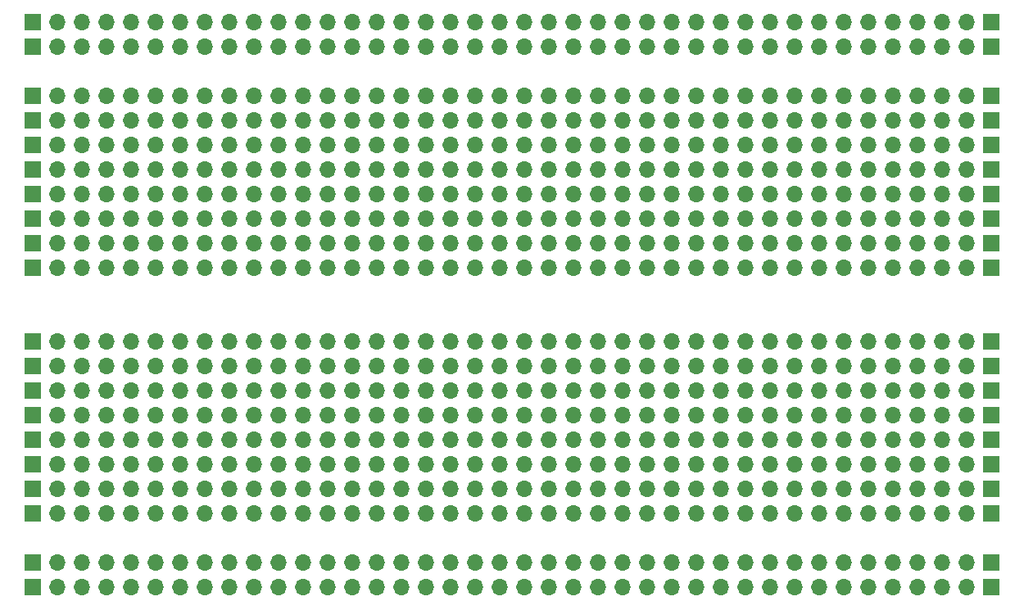
<source format=gbr>
%TF.GenerationSoftware,KiCad,Pcbnew,8.0.1*%
%TF.CreationDate,2024-04-20T13:05:09+02:00*%
%TF.ProjectId,proto_board,70726f74-6f5f-4626-9f61-72642e6b6963,rev?*%
%TF.SameCoordinates,Original*%
%TF.FileFunction,Copper,L2,Bot*%
%TF.FilePolarity,Positive*%
%FSLAX46Y46*%
G04 Gerber Fmt 4.6, Leading zero omitted, Abs format (unit mm)*
G04 Created by KiCad (PCBNEW 8.0.1) date 2024-04-20 13:05:09*
%MOMM*%
%LPD*%
G01*
G04 APERTURE LIST*
%TA.AperFunction,ComponentPad*%
%ADD10R,1.700000X1.700000*%
%TD*%
%TA.AperFunction,ComponentPad*%
%ADD11O,1.700000X1.700000*%
%TD*%
G04 APERTURE END LIST*
D10*
%TO.P,REF\u002A\u002A,1*%
%TO.N,N/C*%
X147465000Y-105325000D03*
D11*
%TO.P,REF\u002A\u002A,2*%
X144925000Y-105325000D03*
%TO.P,REF\u002A\u002A,3*%
X142385000Y-105325000D03*
%TO.P,REF\u002A\u002A,4*%
X139845000Y-105325000D03*
%TO.P,REF\u002A\u002A,5*%
X137305000Y-105325000D03*
%TO.P,REF\u002A\u002A,6*%
X134765000Y-105325000D03*
%TO.P,REF\u002A\u002A,7*%
X132225000Y-105325000D03*
%TO.P,REF\u002A\u002A,8*%
X129685000Y-105325000D03*
%TO.P,REF\u002A\u002A,9*%
X127145000Y-105325000D03*
%TO.P,REF\u002A\u002A,10*%
X124605000Y-105325000D03*
%TO.P,REF\u002A\u002A,11*%
X122065000Y-105325000D03*
%TO.P,REF\u002A\u002A,12*%
X119525000Y-105325000D03*
%TO.P,REF\u002A\u002A,13*%
X116985000Y-105325000D03*
%TO.P,REF\u002A\u002A,14*%
X114445000Y-105325000D03*
%TO.P,REF\u002A\u002A,15*%
X111905000Y-105325000D03*
%TO.P,REF\u002A\u002A,16*%
X109365000Y-105325000D03*
%TO.P,REF\u002A\u002A,17*%
X106825000Y-105325000D03*
%TO.P,REF\u002A\u002A,18*%
X104285000Y-105325000D03*
%TO.P,REF\u002A\u002A,19*%
X101745000Y-105325000D03*
%TO.P,REF\u002A\u002A,20*%
X99205000Y-105325000D03*
%TO.P,REF\u002A\u002A,21*%
X96665000Y-105325000D03*
%TO.P,REF\u002A\u002A,22*%
X94125000Y-105325000D03*
%TO.P,REF\u002A\u002A,23*%
X91585000Y-105325000D03*
%TO.P,REF\u002A\u002A,24*%
X89045000Y-105325000D03*
%TO.P,REF\u002A\u002A,25*%
X86505000Y-105325000D03*
%TO.P,REF\u002A\u002A,26*%
X83965000Y-105325000D03*
%TO.P,REF\u002A\u002A,27*%
X81425000Y-105325000D03*
%TO.P,REF\u002A\u002A,28*%
X78885000Y-105325000D03*
%TO.P,REF\u002A\u002A,29*%
X76345000Y-105325000D03*
%TO.P,REF\u002A\u002A,30*%
X73805000Y-105325000D03*
%TO.P,REF\u002A\u002A,31*%
X71265000Y-105325000D03*
%TO.P,REF\u002A\u002A,32*%
X68725000Y-105325000D03*
%TO.P,REF\u002A\u002A,33*%
X66185000Y-105325000D03*
%TO.P,REF\u002A\u002A,34*%
X63645000Y-105325000D03*
%TO.P,REF\u002A\u002A,35*%
X61105000Y-105325000D03*
%TO.P,REF\u002A\u002A,36*%
X58565000Y-105325000D03*
%TO.P,REF\u002A\u002A,37*%
X56025000Y-105325000D03*
%TO.P,REF\u002A\u002A,38*%
X53485000Y-105325000D03*
%TO.P,REF\u002A\u002A,39*%
X50945000Y-105325000D03*
%TO.P,REF\u002A\u002A,40*%
X48405000Y-105325000D03*
%TD*%
D10*
%TO.P,REF\u002A\u002A,1*%
%TO.N,N/C*%
X147455000Y-62145000D03*
D11*
%TO.P,REF\u002A\u002A,2*%
X144915000Y-62145000D03*
%TO.P,REF\u002A\u002A,3*%
X142375000Y-62145000D03*
%TO.P,REF\u002A\u002A,4*%
X139835000Y-62145000D03*
%TO.P,REF\u002A\u002A,5*%
X137295000Y-62145000D03*
%TO.P,REF\u002A\u002A,6*%
X134755000Y-62145000D03*
%TO.P,REF\u002A\u002A,7*%
X132215000Y-62145000D03*
%TO.P,REF\u002A\u002A,8*%
X129675000Y-62145000D03*
%TO.P,REF\u002A\u002A,9*%
X127135000Y-62145000D03*
%TO.P,REF\u002A\u002A,10*%
X124595000Y-62145000D03*
%TO.P,REF\u002A\u002A,11*%
X122055000Y-62145000D03*
%TO.P,REF\u002A\u002A,12*%
X119515000Y-62145000D03*
%TO.P,REF\u002A\u002A,13*%
X116975000Y-62145000D03*
%TO.P,REF\u002A\u002A,14*%
X114435000Y-62145000D03*
%TO.P,REF\u002A\u002A,15*%
X111895000Y-62145000D03*
%TO.P,REF\u002A\u002A,16*%
X109355000Y-62145000D03*
%TO.P,REF\u002A\u002A,17*%
X106815000Y-62145000D03*
%TO.P,REF\u002A\u002A,18*%
X104275000Y-62145000D03*
%TO.P,REF\u002A\u002A,19*%
X101735000Y-62145000D03*
%TO.P,REF\u002A\u002A,20*%
X99195000Y-62145000D03*
%TO.P,REF\u002A\u002A,21*%
X96655000Y-62145000D03*
%TO.P,REF\u002A\u002A,22*%
X94115000Y-62145000D03*
%TO.P,REF\u002A\u002A,23*%
X91575000Y-62145000D03*
%TO.P,REF\u002A\u002A,24*%
X89035000Y-62145000D03*
%TO.P,REF\u002A\u002A,25*%
X86495000Y-62145000D03*
%TO.P,REF\u002A\u002A,26*%
X83955000Y-62145000D03*
%TO.P,REF\u002A\u002A,27*%
X81415000Y-62145000D03*
%TO.P,REF\u002A\u002A,28*%
X78875000Y-62145000D03*
%TO.P,REF\u002A\u002A,29*%
X76335000Y-62145000D03*
%TO.P,REF\u002A\u002A,30*%
X73795000Y-62145000D03*
%TO.P,REF\u002A\u002A,31*%
X71255000Y-62145000D03*
%TO.P,REF\u002A\u002A,32*%
X68715000Y-62145000D03*
%TO.P,REF\u002A\u002A,33*%
X66175000Y-62145000D03*
%TO.P,REF\u002A\u002A,34*%
X63635000Y-62145000D03*
%TO.P,REF\u002A\u002A,35*%
X61095000Y-62145000D03*
%TO.P,REF\u002A\u002A,36*%
X58555000Y-62145000D03*
%TO.P,REF\u002A\u002A,37*%
X56015000Y-62145000D03*
%TO.P,REF\u002A\u002A,38*%
X53475000Y-62145000D03*
%TO.P,REF\u002A\u002A,39*%
X50935000Y-62145000D03*
%TO.P,REF\u002A\u002A,40*%
X48395000Y-62145000D03*
%TD*%
D10*
%TO.P,REF\u002A\u002A,1*%
%TO.N,N/C*%
X147465000Y-95165000D03*
D11*
%TO.P,REF\u002A\u002A,2*%
X144925000Y-95165000D03*
%TO.P,REF\u002A\u002A,3*%
X142385000Y-95165000D03*
%TO.P,REF\u002A\u002A,4*%
X139845000Y-95165000D03*
%TO.P,REF\u002A\u002A,5*%
X137305000Y-95165000D03*
%TO.P,REF\u002A\u002A,6*%
X134765000Y-95165000D03*
%TO.P,REF\u002A\u002A,7*%
X132225000Y-95165000D03*
%TO.P,REF\u002A\u002A,8*%
X129685000Y-95165000D03*
%TO.P,REF\u002A\u002A,9*%
X127145000Y-95165000D03*
%TO.P,REF\u002A\u002A,10*%
X124605000Y-95165000D03*
%TO.P,REF\u002A\u002A,11*%
X122065000Y-95165000D03*
%TO.P,REF\u002A\u002A,12*%
X119525000Y-95165000D03*
%TO.P,REF\u002A\u002A,13*%
X116985000Y-95165000D03*
%TO.P,REF\u002A\u002A,14*%
X114445000Y-95165000D03*
%TO.P,REF\u002A\u002A,15*%
X111905000Y-95165000D03*
%TO.P,REF\u002A\u002A,16*%
X109365000Y-95165000D03*
%TO.P,REF\u002A\u002A,17*%
X106825000Y-95165000D03*
%TO.P,REF\u002A\u002A,18*%
X104285000Y-95165000D03*
%TO.P,REF\u002A\u002A,19*%
X101745000Y-95165000D03*
%TO.P,REF\u002A\u002A,20*%
X99205000Y-95165000D03*
%TO.P,REF\u002A\u002A,21*%
X96665000Y-95165000D03*
%TO.P,REF\u002A\u002A,22*%
X94125000Y-95165000D03*
%TO.P,REF\u002A\u002A,23*%
X91585000Y-95165000D03*
%TO.P,REF\u002A\u002A,24*%
X89045000Y-95165000D03*
%TO.P,REF\u002A\u002A,25*%
X86505000Y-95165000D03*
%TO.P,REF\u002A\u002A,26*%
X83965000Y-95165000D03*
%TO.P,REF\u002A\u002A,27*%
X81425000Y-95165000D03*
%TO.P,REF\u002A\u002A,28*%
X78885000Y-95165000D03*
%TO.P,REF\u002A\u002A,29*%
X76345000Y-95165000D03*
%TO.P,REF\u002A\u002A,30*%
X73805000Y-95165000D03*
%TO.P,REF\u002A\u002A,31*%
X71265000Y-95165000D03*
%TO.P,REF\u002A\u002A,32*%
X68725000Y-95165000D03*
%TO.P,REF\u002A\u002A,33*%
X66185000Y-95165000D03*
%TO.P,REF\u002A\u002A,34*%
X63645000Y-95165000D03*
%TO.P,REF\u002A\u002A,35*%
X61105000Y-95165000D03*
%TO.P,REF\u002A\u002A,36*%
X58565000Y-95165000D03*
%TO.P,REF\u002A\u002A,37*%
X56025000Y-95165000D03*
%TO.P,REF\u002A\u002A,38*%
X53485000Y-95165000D03*
%TO.P,REF\u002A\u002A,39*%
X50945000Y-95165000D03*
%TO.P,REF\u002A\u002A,40*%
X48405000Y-95165000D03*
%TD*%
D10*
%TO.P,REF\u002A\u002A,1*%
%TO.N,N/C*%
X147455000Y-51985000D03*
D11*
%TO.P,REF\u002A\u002A,2*%
X144915000Y-51985000D03*
%TO.P,REF\u002A\u002A,3*%
X142375000Y-51985000D03*
%TO.P,REF\u002A\u002A,4*%
X139835000Y-51985000D03*
%TO.P,REF\u002A\u002A,5*%
X137295000Y-51985000D03*
%TO.P,REF\u002A\u002A,6*%
X134755000Y-51985000D03*
%TO.P,REF\u002A\u002A,7*%
X132215000Y-51985000D03*
%TO.P,REF\u002A\u002A,8*%
X129675000Y-51985000D03*
%TO.P,REF\u002A\u002A,9*%
X127135000Y-51985000D03*
%TO.P,REF\u002A\u002A,10*%
X124595000Y-51985000D03*
%TO.P,REF\u002A\u002A,11*%
X122055000Y-51985000D03*
%TO.P,REF\u002A\u002A,12*%
X119515000Y-51985000D03*
%TO.P,REF\u002A\u002A,13*%
X116975000Y-51985000D03*
%TO.P,REF\u002A\u002A,14*%
X114435000Y-51985000D03*
%TO.P,REF\u002A\u002A,15*%
X111895000Y-51985000D03*
%TO.P,REF\u002A\u002A,16*%
X109355000Y-51985000D03*
%TO.P,REF\u002A\u002A,17*%
X106815000Y-51985000D03*
%TO.P,REF\u002A\u002A,18*%
X104275000Y-51985000D03*
%TO.P,REF\u002A\u002A,19*%
X101735000Y-51985000D03*
%TO.P,REF\u002A\u002A,20*%
X99195000Y-51985000D03*
%TO.P,REF\u002A\u002A,21*%
X96655000Y-51985000D03*
%TO.P,REF\u002A\u002A,22*%
X94115000Y-51985000D03*
%TO.P,REF\u002A\u002A,23*%
X91575000Y-51985000D03*
%TO.P,REF\u002A\u002A,24*%
X89035000Y-51985000D03*
%TO.P,REF\u002A\u002A,25*%
X86495000Y-51985000D03*
%TO.P,REF\u002A\u002A,26*%
X83955000Y-51985000D03*
%TO.P,REF\u002A\u002A,27*%
X81415000Y-51985000D03*
%TO.P,REF\u002A\u002A,28*%
X78875000Y-51985000D03*
%TO.P,REF\u002A\u002A,29*%
X76335000Y-51985000D03*
%TO.P,REF\u002A\u002A,30*%
X73795000Y-51985000D03*
%TO.P,REF\u002A\u002A,31*%
X71255000Y-51985000D03*
%TO.P,REF\u002A\u002A,32*%
X68715000Y-51985000D03*
%TO.P,REF\u002A\u002A,33*%
X66175000Y-51985000D03*
%TO.P,REF\u002A\u002A,34*%
X63635000Y-51985000D03*
%TO.P,REF\u002A\u002A,35*%
X61095000Y-51985000D03*
%TO.P,REF\u002A\u002A,36*%
X58555000Y-51985000D03*
%TO.P,REF\u002A\u002A,37*%
X56015000Y-51985000D03*
%TO.P,REF\u002A\u002A,38*%
X53475000Y-51985000D03*
%TO.P,REF\u002A\u002A,39*%
X50935000Y-51985000D03*
%TO.P,REF\u002A\u002A,40*%
X48395000Y-51985000D03*
%TD*%
D10*
%TO.P,REF\u002A\u002A,1*%
%TO.N,N/C*%
X147465000Y-97705000D03*
D11*
%TO.P,REF\u002A\u002A,2*%
X144925000Y-97705000D03*
%TO.P,REF\u002A\u002A,3*%
X142385000Y-97705000D03*
%TO.P,REF\u002A\u002A,4*%
X139845000Y-97705000D03*
%TO.P,REF\u002A\u002A,5*%
X137305000Y-97705000D03*
%TO.P,REF\u002A\u002A,6*%
X134765000Y-97705000D03*
%TO.P,REF\u002A\u002A,7*%
X132225000Y-97705000D03*
%TO.P,REF\u002A\u002A,8*%
X129685000Y-97705000D03*
%TO.P,REF\u002A\u002A,9*%
X127145000Y-97705000D03*
%TO.P,REF\u002A\u002A,10*%
X124605000Y-97705000D03*
%TO.P,REF\u002A\u002A,11*%
X122065000Y-97705000D03*
%TO.P,REF\u002A\u002A,12*%
X119525000Y-97705000D03*
%TO.P,REF\u002A\u002A,13*%
X116985000Y-97705000D03*
%TO.P,REF\u002A\u002A,14*%
X114445000Y-97705000D03*
%TO.P,REF\u002A\u002A,15*%
X111905000Y-97705000D03*
%TO.P,REF\u002A\u002A,16*%
X109365000Y-97705000D03*
%TO.P,REF\u002A\u002A,17*%
X106825000Y-97705000D03*
%TO.P,REF\u002A\u002A,18*%
X104285000Y-97705000D03*
%TO.P,REF\u002A\u002A,19*%
X101745000Y-97705000D03*
%TO.P,REF\u002A\u002A,20*%
X99205000Y-97705000D03*
%TO.P,REF\u002A\u002A,21*%
X96665000Y-97705000D03*
%TO.P,REF\u002A\u002A,22*%
X94125000Y-97705000D03*
%TO.P,REF\u002A\u002A,23*%
X91585000Y-97705000D03*
%TO.P,REF\u002A\u002A,24*%
X89045000Y-97705000D03*
%TO.P,REF\u002A\u002A,25*%
X86505000Y-97705000D03*
%TO.P,REF\u002A\u002A,26*%
X83965000Y-97705000D03*
%TO.P,REF\u002A\u002A,27*%
X81425000Y-97705000D03*
%TO.P,REF\u002A\u002A,28*%
X78885000Y-97705000D03*
%TO.P,REF\u002A\u002A,29*%
X76345000Y-97705000D03*
%TO.P,REF\u002A\u002A,30*%
X73805000Y-97705000D03*
%TO.P,REF\u002A\u002A,31*%
X71265000Y-97705000D03*
%TO.P,REF\u002A\u002A,32*%
X68725000Y-97705000D03*
%TO.P,REF\u002A\u002A,33*%
X66185000Y-97705000D03*
%TO.P,REF\u002A\u002A,34*%
X63645000Y-97705000D03*
%TO.P,REF\u002A\u002A,35*%
X61105000Y-97705000D03*
%TO.P,REF\u002A\u002A,36*%
X58565000Y-97705000D03*
%TO.P,REF\u002A\u002A,37*%
X56025000Y-97705000D03*
%TO.P,REF\u002A\u002A,38*%
X53485000Y-97705000D03*
%TO.P,REF\u002A\u002A,39*%
X50945000Y-97705000D03*
%TO.P,REF\u002A\u002A,40*%
X48405000Y-97705000D03*
%TD*%
D10*
%TO.P,REF\u002A\u002A,1*%
%TO.N,N/C*%
X147465000Y-90085000D03*
D11*
%TO.P,REF\u002A\u002A,2*%
X144925000Y-90085000D03*
%TO.P,REF\u002A\u002A,3*%
X142385000Y-90085000D03*
%TO.P,REF\u002A\u002A,4*%
X139845000Y-90085000D03*
%TO.P,REF\u002A\u002A,5*%
X137305000Y-90085000D03*
%TO.P,REF\u002A\u002A,6*%
X134765000Y-90085000D03*
%TO.P,REF\u002A\u002A,7*%
X132225000Y-90085000D03*
%TO.P,REF\u002A\u002A,8*%
X129685000Y-90085000D03*
%TO.P,REF\u002A\u002A,9*%
X127145000Y-90085000D03*
%TO.P,REF\u002A\u002A,10*%
X124605000Y-90085000D03*
%TO.P,REF\u002A\u002A,11*%
X122065000Y-90085000D03*
%TO.P,REF\u002A\u002A,12*%
X119525000Y-90085000D03*
%TO.P,REF\u002A\u002A,13*%
X116985000Y-90085000D03*
%TO.P,REF\u002A\u002A,14*%
X114445000Y-90085000D03*
%TO.P,REF\u002A\u002A,15*%
X111905000Y-90085000D03*
%TO.P,REF\u002A\u002A,16*%
X109365000Y-90085000D03*
%TO.P,REF\u002A\u002A,17*%
X106825000Y-90085000D03*
%TO.P,REF\u002A\u002A,18*%
X104285000Y-90085000D03*
%TO.P,REF\u002A\u002A,19*%
X101745000Y-90085000D03*
%TO.P,REF\u002A\u002A,20*%
X99205000Y-90085000D03*
%TO.P,REF\u002A\u002A,21*%
X96665000Y-90085000D03*
%TO.P,REF\u002A\u002A,22*%
X94125000Y-90085000D03*
%TO.P,REF\u002A\u002A,23*%
X91585000Y-90085000D03*
%TO.P,REF\u002A\u002A,24*%
X89045000Y-90085000D03*
%TO.P,REF\u002A\u002A,25*%
X86505000Y-90085000D03*
%TO.P,REF\u002A\u002A,26*%
X83965000Y-90085000D03*
%TO.P,REF\u002A\u002A,27*%
X81425000Y-90085000D03*
%TO.P,REF\u002A\u002A,28*%
X78885000Y-90085000D03*
%TO.P,REF\u002A\u002A,29*%
X76345000Y-90085000D03*
%TO.P,REF\u002A\u002A,30*%
X73805000Y-90085000D03*
%TO.P,REF\u002A\u002A,31*%
X71265000Y-90085000D03*
%TO.P,REF\u002A\u002A,32*%
X68725000Y-90085000D03*
%TO.P,REF\u002A\u002A,33*%
X66185000Y-90085000D03*
%TO.P,REF\u002A\u002A,34*%
X63645000Y-90085000D03*
%TO.P,REF\u002A\u002A,35*%
X61105000Y-90085000D03*
%TO.P,REF\u002A\u002A,36*%
X58565000Y-90085000D03*
%TO.P,REF\u002A\u002A,37*%
X56025000Y-90085000D03*
%TO.P,REF\u002A\u002A,38*%
X53485000Y-90085000D03*
%TO.P,REF\u002A\u002A,39*%
X50945000Y-90085000D03*
%TO.P,REF\u002A\u002A,40*%
X48405000Y-90085000D03*
%TD*%
D10*
%TO.P,REF\u002A\u002A,1*%
%TO.N,N/C*%
X147465000Y-85005000D03*
D11*
%TO.P,REF\u002A\u002A,2*%
X144925000Y-85005000D03*
%TO.P,REF\u002A\u002A,3*%
X142385000Y-85005000D03*
%TO.P,REF\u002A\u002A,4*%
X139845000Y-85005000D03*
%TO.P,REF\u002A\u002A,5*%
X137305000Y-85005000D03*
%TO.P,REF\u002A\u002A,6*%
X134765000Y-85005000D03*
%TO.P,REF\u002A\u002A,7*%
X132225000Y-85005000D03*
%TO.P,REF\u002A\u002A,8*%
X129685000Y-85005000D03*
%TO.P,REF\u002A\u002A,9*%
X127145000Y-85005000D03*
%TO.P,REF\u002A\u002A,10*%
X124605000Y-85005000D03*
%TO.P,REF\u002A\u002A,11*%
X122065000Y-85005000D03*
%TO.P,REF\u002A\u002A,12*%
X119525000Y-85005000D03*
%TO.P,REF\u002A\u002A,13*%
X116985000Y-85005000D03*
%TO.P,REF\u002A\u002A,14*%
X114445000Y-85005000D03*
%TO.P,REF\u002A\u002A,15*%
X111905000Y-85005000D03*
%TO.P,REF\u002A\u002A,16*%
X109365000Y-85005000D03*
%TO.P,REF\u002A\u002A,17*%
X106825000Y-85005000D03*
%TO.P,REF\u002A\u002A,18*%
X104285000Y-85005000D03*
%TO.P,REF\u002A\u002A,19*%
X101745000Y-85005000D03*
%TO.P,REF\u002A\u002A,20*%
X99205000Y-85005000D03*
%TO.P,REF\u002A\u002A,21*%
X96665000Y-85005000D03*
%TO.P,REF\u002A\u002A,22*%
X94125000Y-85005000D03*
%TO.P,REF\u002A\u002A,23*%
X91585000Y-85005000D03*
%TO.P,REF\u002A\u002A,24*%
X89045000Y-85005000D03*
%TO.P,REF\u002A\u002A,25*%
X86505000Y-85005000D03*
%TO.P,REF\u002A\u002A,26*%
X83965000Y-85005000D03*
%TO.P,REF\u002A\u002A,27*%
X81425000Y-85005000D03*
%TO.P,REF\u002A\u002A,28*%
X78885000Y-85005000D03*
%TO.P,REF\u002A\u002A,29*%
X76345000Y-85005000D03*
%TO.P,REF\u002A\u002A,30*%
X73805000Y-85005000D03*
%TO.P,REF\u002A\u002A,31*%
X71265000Y-85005000D03*
%TO.P,REF\u002A\u002A,32*%
X68725000Y-85005000D03*
%TO.P,REF\u002A\u002A,33*%
X66185000Y-85005000D03*
%TO.P,REF\u002A\u002A,34*%
X63645000Y-85005000D03*
%TO.P,REF\u002A\u002A,35*%
X61105000Y-85005000D03*
%TO.P,REF\u002A\u002A,36*%
X58565000Y-85005000D03*
%TO.P,REF\u002A\u002A,37*%
X56025000Y-85005000D03*
%TO.P,REF\u002A\u002A,38*%
X53485000Y-85005000D03*
%TO.P,REF\u002A\u002A,39*%
X50945000Y-85005000D03*
%TO.P,REF\u002A\u002A,40*%
X48405000Y-85005000D03*
%TD*%
%TO.P,,25*%
%TO.N,N/C*%
X86505000Y-85005000D03*
%TD*%
D10*
%TO.P,REF\u002A\u002A,1*%
%TO.N,N/C*%
X147465000Y-107865000D03*
D11*
%TO.P,REF\u002A\u002A,2*%
X144925000Y-107865000D03*
%TO.P,REF\u002A\u002A,3*%
X142385000Y-107865000D03*
%TO.P,REF\u002A\u002A,4*%
X139845000Y-107865000D03*
%TO.P,REF\u002A\u002A,5*%
X137305000Y-107865000D03*
%TO.P,REF\u002A\u002A,6*%
X134765000Y-107865000D03*
%TO.P,REF\u002A\u002A,7*%
X132225000Y-107865000D03*
%TO.P,REF\u002A\u002A,8*%
X129685000Y-107865000D03*
%TO.P,REF\u002A\u002A,9*%
X127145000Y-107865000D03*
%TO.P,REF\u002A\u002A,10*%
X124605000Y-107865000D03*
%TO.P,REF\u002A\u002A,11*%
X122065000Y-107865000D03*
%TO.P,REF\u002A\u002A,12*%
X119525000Y-107865000D03*
%TO.P,REF\u002A\u002A,13*%
X116985000Y-107865000D03*
%TO.P,REF\u002A\u002A,14*%
X114445000Y-107865000D03*
%TO.P,REF\u002A\u002A,15*%
X111905000Y-107865000D03*
%TO.P,REF\u002A\u002A,16*%
X109365000Y-107865000D03*
%TO.P,REF\u002A\u002A,17*%
X106825000Y-107865000D03*
%TO.P,REF\u002A\u002A,18*%
X104285000Y-107865000D03*
%TO.P,REF\u002A\u002A,19*%
X101745000Y-107865000D03*
%TO.P,REF\u002A\u002A,20*%
X99205000Y-107865000D03*
%TO.P,REF\u002A\u002A,21*%
X96665000Y-107865000D03*
%TO.P,REF\u002A\u002A,22*%
X94125000Y-107865000D03*
%TO.P,REF\u002A\u002A,23*%
X91585000Y-107865000D03*
%TO.P,REF\u002A\u002A,24*%
X89045000Y-107865000D03*
%TO.P,REF\u002A\u002A,25*%
X86505000Y-107865000D03*
%TO.P,REF\u002A\u002A,26*%
X83965000Y-107865000D03*
%TO.P,REF\u002A\u002A,27*%
X81425000Y-107865000D03*
%TO.P,REF\u002A\u002A,28*%
X78885000Y-107865000D03*
%TO.P,REF\u002A\u002A,29*%
X76345000Y-107865000D03*
%TO.P,REF\u002A\u002A,30*%
X73805000Y-107865000D03*
%TO.P,REF\u002A\u002A,31*%
X71265000Y-107865000D03*
%TO.P,REF\u002A\u002A,32*%
X68725000Y-107865000D03*
%TO.P,REF\u002A\u002A,33*%
X66185000Y-107865000D03*
%TO.P,REF\u002A\u002A,34*%
X63645000Y-107865000D03*
%TO.P,REF\u002A\u002A,35*%
X61105000Y-107865000D03*
%TO.P,REF\u002A\u002A,36*%
X58565000Y-107865000D03*
%TO.P,REF\u002A\u002A,37*%
X56025000Y-107865000D03*
%TO.P,REF\u002A\u002A,38*%
X53485000Y-107865000D03*
%TO.P,REF\u002A\u002A,39*%
X50945000Y-107865000D03*
%TO.P,REF\u002A\u002A,40*%
X48405000Y-107865000D03*
%TD*%
D10*
%TO.P,REF\u002A\u002A,1*%
%TO.N,N/C*%
X147455000Y-74845000D03*
D11*
%TO.P,REF\u002A\u002A,2*%
X144915000Y-74845000D03*
%TO.P,REF\u002A\u002A,3*%
X142375000Y-74845000D03*
%TO.P,REF\u002A\u002A,4*%
X139835000Y-74845000D03*
%TO.P,REF\u002A\u002A,5*%
X137295000Y-74845000D03*
%TO.P,REF\u002A\u002A,6*%
X134755000Y-74845000D03*
%TO.P,REF\u002A\u002A,7*%
X132215000Y-74845000D03*
%TO.P,REF\u002A\u002A,8*%
X129675000Y-74845000D03*
%TO.P,REF\u002A\u002A,9*%
X127135000Y-74845000D03*
%TO.P,REF\u002A\u002A,10*%
X124595000Y-74845000D03*
%TO.P,REF\u002A\u002A,11*%
X122055000Y-74845000D03*
%TO.P,REF\u002A\u002A,12*%
X119515000Y-74845000D03*
%TO.P,REF\u002A\u002A,13*%
X116975000Y-74845000D03*
%TO.P,REF\u002A\u002A,14*%
X114435000Y-74845000D03*
%TO.P,REF\u002A\u002A,15*%
X111895000Y-74845000D03*
%TO.P,REF\u002A\u002A,16*%
X109355000Y-74845000D03*
%TO.P,REF\u002A\u002A,17*%
X106815000Y-74845000D03*
%TO.P,REF\u002A\u002A,18*%
X104275000Y-74845000D03*
%TO.P,REF\u002A\u002A,19*%
X101735000Y-74845000D03*
%TO.P,REF\u002A\u002A,20*%
X99195000Y-74845000D03*
%TO.P,REF\u002A\u002A,21*%
X96655000Y-74845000D03*
%TO.P,REF\u002A\u002A,22*%
X94115000Y-74845000D03*
%TO.P,REF\u002A\u002A,23*%
X91575000Y-74845000D03*
%TO.P,REF\u002A\u002A,24*%
X89035000Y-74845000D03*
%TO.P,REF\u002A\u002A,25*%
X86495000Y-74845000D03*
%TO.P,REF\u002A\u002A,26*%
X83955000Y-74845000D03*
%TO.P,REF\u002A\u002A,27*%
X81415000Y-74845000D03*
%TO.P,REF\u002A\u002A,28*%
X78875000Y-74845000D03*
%TO.P,REF\u002A\u002A,29*%
X76335000Y-74845000D03*
%TO.P,REF\u002A\u002A,30*%
X73795000Y-74845000D03*
%TO.P,REF\u002A\u002A,31*%
X71255000Y-74845000D03*
%TO.P,REF\u002A\u002A,32*%
X68715000Y-74845000D03*
%TO.P,REF\u002A\u002A,33*%
X66175000Y-74845000D03*
%TO.P,REF\u002A\u002A,34*%
X63635000Y-74845000D03*
%TO.P,REF\u002A\u002A,35*%
X61095000Y-74845000D03*
%TO.P,REF\u002A\u002A,36*%
X58555000Y-74845000D03*
%TO.P,REF\u002A\u002A,37*%
X56015000Y-74845000D03*
%TO.P,REF\u002A\u002A,38*%
X53475000Y-74845000D03*
%TO.P,REF\u002A\u002A,39*%
X50935000Y-74845000D03*
%TO.P,REF\u002A\u002A,40*%
X48395000Y-74845000D03*
%TD*%
D10*
%TO.P,REF\u002A\u002A,1*%
%TO.N,N/C*%
X147465000Y-92625000D03*
D11*
%TO.P,REF\u002A\u002A,2*%
X144925000Y-92625000D03*
%TO.P,REF\u002A\u002A,3*%
X142385000Y-92625000D03*
%TO.P,REF\u002A\u002A,4*%
X139845000Y-92625000D03*
%TO.P,REF\u002A\u002A,5*%
X137305000Y-92625000D03*
%TO.P,REF\u002A\u002A,6*%
X134765000Y-92625000D03*
%TO.P,REF\u002A\u002A,7*%
X132225000Y-92625000D03*
%TO.P,REF\u002A\u002A,8*%
X129685000Y-92625000D03*
%TO.P,REF\u002A\u002A,9*%
X127145000Y-92625000D03*
%TO.P,REF\u002A\u002A,10*%
X124605000Y-92625000D03*
%TO.P,REF\u002A\u002A,11*%
X122065000Y-92625000D03*
%TO.P,REF\u002A\u002A,12*%
X119525000Y-92625000D03*
%TO.P,REF\u002A\u002A,13*%
X116985000Y-92625000D03*
%TO.P,REF\u002A\u002A,14*%
X114445000Y-92625000D03*
%TO.P,REF\u002A\u002A,15*%
X111905000Y-92625000D03*
%TO.P,REF\u002A\u002A,16*%
X109365000Y-92625000D03*
%TO.P,REF\u002A\u002A,17*%
X106825000Y-92625000D03*
%TO.P,REF\u002A\u002A,18*%
X104285000Y-92625000D03*
%TO.P,REF\u002A\u002A,19*%
X101745000Y-92625000D03*
%TO.P,REF\u002A\u002A,20*%
X99205000Y-92625000D03*
%TO.P,REF\u002A\u002A,21*%
X96665000Y-92625000D03*
%TO.P,REF\u002A\u002A,22*%
X94125000Y-92625000D03*
%TO.P,REF\u002A\u002A,23*%
X91585000Y-92625000D03*
%TO.P,REF\u002A\u002A,24*%
X89045000Y-92625000D03*
%TO.P,REF\u002A\u002A,25*%
X86505000Y-92625000D03*
%TO.P,REF\u002A\u002A,26*%
X83965000Y-92625000D03*
%TO.P,REF\u002A\u002A,27*%
X81425000Y-92625000D03*
%TO.P,REF\u002A\u002A,28*%
X78885000Y-92625000D03*
%TO.P,REF\u002A\u002A,29*%
X76345000Y-92625000D03*
%TO.P,REF\u002A\u002A,30*%
X73805000Y-92625000D03*
%TO.P,REF\u002A\u002A,31*%
X71265000Y-92625000D03*
%TO.P,REF\u002A\u002A,32*%
X68725000Y-92625000D03*
%TO.P,REF\u002A\u002A,33*%
X66185000Y-92625000D03*
%TO.P,REF\u002A\u002A,34*%
X63645000Y-92625000D03*
%TO.P,REF\u002A\u002A,35*%
X61105000Y-92625000D03*
%TO.P,REF\u002A\u002A,36*%
X58565000Y-92625000D03*
%TO.P,REF\u002A\u002A,37*%
X56025000Y-92625000D03*
%TO.P,REF\u002A\u002A,38*%
X53485000Y-92625000D03*
%TO.P,REF\u002A\u002A,39*%
X50945000Y-92625000D03*
%TO.P,REF\u002A\u002A,40*%
X48405000Y-92625000D03*
%TD*%
D10*
%TO.P,REF\u002A\u002A,1*%
%TO.N,N/C*%
X147465000Y-100245000D03*
D11*
%TO.P,REF\u002A\u002A,2*%
X144925000Y-100245000D03*
%TO.P,REF\u002A\u002A,3*%
X142385000Y-100245000D03*
%TO.P,REF\u002A\u002A,4*%
X139845000Y-100245000D03*
%TO.P,REF\u002A\u002A,5*%
X137305000Y-100245000D03*
%TO.P,REF\u002A\u002A,6*%
X134765000Y-100245000D03*
%TO.P,REF\u002A\u002A,7*%
X132225000Y-100245000D03*
%TO.P,REF\u002A\u002A,8*%
X129685000Y-100245000D03*
%TO.P,REF\u002A\u002A,9*%
X127145000Y-100245000D03*
%TO.P,REF\u002A\u002A,10*%
X124605000Y-100245000D03*
%TO.P,REF\u002A\u002A,11*%
X122065000Y-100245000D03*
%TO.P,REF\u002A\u002A,12*%
X119525000Y-100245000D03*
%TO.P,REF\u002A\u002A,13*%
X116985000Y-100245000D03*
%TO.P,REF\u002A\u002A,14*%
X114445000Y-100245000D03*
%TO.P,REF\u002A\u002A,15*%
X111905000Y-100245000D03*
%TO.P,REF\u002A\u002A,16*%
X109365000Y-100245000D03*
%TO.P,REF\u002A\u002A,17*%
X106825000Y-100245000D03*
%TO.P,REF\u002A\u002A,18*%
X104285000Y-100245000D03*
%TO.P,REF\u002A\u002A,19*%
X101745000Y-100245000D03*
%TO.P,REF\u002A\u002A,20*%
X99205000Y-100245000D03*
%TO.P,REF\u002A\u002A,21*%
X96665000Y-100245000D03*
%TO.P,REF\u002A\u002A,22*%
X94125000Y-100245000D03*
%TO.P,REF\u002A\u002A,23*%
X91585000Y-100245000D03*
%TO.P,REF\u002A\u002A,24*%
X89045000Y-100245000D03*
%TO.P,REF\u002A\u002A,25*%
X86505000Y-100245000D03*
%TO.P,REF\u002A\u002A,26*%
X83965000Y-100245000D03*
%TO.P,REF\u002A\u002A,27*%
X81425000Y-100245000D03*
%TO.P,REF\u002A\u002A,28*%
X78885000Y-100245000D03*
%TO.P,REF\u002A\u002A,29*%
X76345000Y-100245000D03*
%TO.P,REF\u002A\u002A,30*%
X73805000Y-100245000D03*
%TO.P,REF\u002A\u002A,31*%
X71265000Y-100245000D03*
%TO.P,REF\u002A\u002A,32*%
X68725000Y-100245000D03*
%TO.P,REF\u002A\u002A,33*%
X66185000Y-100245000D03*
%TO.P,REF\u002A\u002A,34*%
X63645000Y-100245000D03*
%TO.P,REF\u002A\u002A,35*%
X61105000Y-100245000D03*
%TO.P,REF\u002A\u002A,36*%
X58565000Y-100245000D03*
%TO.P,REF\u002A\u002A,37*%
X56025000Y-100245000D03*
%TO.P,REF\u002A\u002A,38*%
X53485000Y-100245000D03*
%TO.P,REF\u002A\u002A,39*%
X50945000Y-100245000D03*
%TO.P,REF\u002A\u002A,40*%
X48405000Y-100245000D03*
%TD*%
D10*
%TO.P,REF\u002A\u002A,1*%
%TO.N,N/C*%
X147455000Y-64685000D03*
D11*
%TO.P,REF\u002A\u002A,2*%
X144915000Y-64685000D03*
%TO.P,REF\u002A\u002A,3*%
X142375000Y-64685000D03*
%TO.P,REF\u002A\u002A,4*%
X139835000Y-64685000D03*
%TO.P,REF\u002A\u002A,5*%
X137295000Y-64685000D03*
%TO.P,REF\u002A\u002A,6*%
X134755000Y-64685000D03*
%TO.P,REF\u002A\u002A,7*%
X132215000Y-64685000D03*
%TO.P,REF\u002A\u002A,8*%
X129675000Y-64685000D03*
%TO.P,REF\u002A\u002A,9*%
X127135000Y-64685000D03*
%TO.P,REF\u002A\u002A,10*%
X124595000Y-64685000D03*
%TO.P,REF\u002A\u002A,11*%
X122055000Y-64685000D03*
%TO.P,REF\u002A\u002A,12*%
X119515000Y-64685000D03*
%TO.P,REF\u002A\u002A,13*%
X116975000Y-64685000D03*
%TO.P,REF\u002A\u002A,14*%
X114435000Y-64685000D03*
%TO.P,REF\u002A\u002A,15*%
X111895000Y-64685000D03*
%TO.P,REF\u002A\u002A,16*%
X109355000Y-64685000D03*
%TO.P,REF\u002A\u002A,17*%
X106815000Y-64685000D03*
%TO.P,REF\u002A\u002A,18*%
X104275000Y-64685000D03*
%TO.P,REF\u002A\u002A,19*%
X101735000Y-64685000D03*
%TO.P,REF\u002A\u002A,20*%
X99195000Y-64685000D03*
%TO.P,REF\u002A\u002A,21*%
X96655000Y-64685000D03*
%TO.P,REF\u002A\u002A,22*%
X94115000Y-64685000D03*
%TO.P,REF\u002A\u002A,23*%
X91575000Y-64685000D03*
%TO.P,REF\u002A\u002A,24*%
X89035000Y-64685000D03*
%TO.P,REF\u002A\u002A,25*%
X86495000Y-64685000D03*
%TO.P,REF\u002A\u002A,26*%
X83955000Y-64685000D03*
%TO.P,REF\u002A\u002A,27*%
X81415000Y-64685000D03*
%TO.P,REF\u002A\u002A,28*%
X78875000Y-64685000D03*
%TO.P,REF\u002A\u002A,29*%
X76335000Y-64685000D03*
%TO.P,REF\u002A\u002A,30*%
X73795000Y-64685000D03*
%TO.P,REF\u002A\u002A,31*%
X71255000Y-64685000D03*
%TO.P,REF\u002A\u002A,32*%
X68715000Y-64685000D03*
%TO.P,REF\u002A\u002A,33*%
X66175000Y-64685000D03*
%TO.P,REF\u002A\u002A,34*%
X63635000Y-64685000D03*
%TO.P,REF\u002A\u002A,35*%
X61095000Y-64685000D03*
%TO.P,REF\u002A\u002A,36*%
X58555000Y-64685000D03*
%TO.P,REF\u002A\u002A,37*%
X56015000Y-64685000D03*
%TO.P,REF\u002A\u002A,38*%
X53475000Y-64685000D03*
%TO.P,REF\u002A\u002A,39*%
X50935000Y-64685000D03*
%TO.P,REF\u002A\u002A,40*%
X48395000Y-64685000D03*
%TD*%
D10*
%TO.P,REF\u002A\u002A,1*%
%TO.N,N/C*%
X147455000Y-72305000D03*
D11*
%TO.P,REF\u002A\u002A,2*%
X144915000Y-72305000D03*
%TO.P,REF\u002A\u002A,3*%
X142375000Y-72305000D03*
%TO.P,REF\u002A\u002A,4*%
X139835000Y-72305000D03*
%TO.P,REF\u002A\u002A,5*%
X137295000Y-72305000D03*
%TO.P,REF\u002A\u002A,6*%
X134755000Y-72305000D03*
%TO.P,REF\u002A\u002A,7*%
X132215000Y-72305000D03*
%TO.P,REF\u002A\u002A,8*%
X129675000Y-72305000D03*
%TO.P,REF\u002A\u002A,9*%
X127135000Y-72305000D03*
%TO.P,REF\u002A\u002A,10*%
X124595000Y-72305000D03*
%TO.P,REF\u002A\u002A,11*%
X122055000Y-72305000D03*
%TO.P,REF\u002A\u002A,12*%
X119515000Y-72305000D03*
%TO.P,REF\u002A\u002A,13*%
X116975000Y-72305000D03*
%TO.P,REF\u002A\u002A,14*%
X114435000Y-72305000D03*
%TO.P,REF\u002A\u002A,15*%
X111895000Y-72305000D03*
%TO.P,REF\u002A\u002A,16*%
X109355000Y-72305000D03*
%TO.P,REF\u002A\u002A,17*%
X106815000Y-72305000D03*
%TO.P,REF\u002A\u002A,18*%
X104275000Y-72305000D03*
%TO.P,REF\u002A\u002A,19*%
X101735000Y-72305000D03*
%TO.P,REF\u002A\u002A,20*%
X99195000Y-72305000D03*
%TO.P,REF\u002A\u002A,21*%
X96655000Y-72305000D03*
%TO.P,REF\u002A\u002A,22*%
X94115000Y-72305000D03*
%TO.P,REF\u002A\u002A,23*%
X91575000Y-72305000D03*
%TO.P,REF\u002A\u002A,24*%
X89035000Y-72305000D03*
%TO.P,REF\u002A\u002A,25*%
X86495000Y-72305000D03*
%TO.P,REF\u002A\u002A,26*%
X83955000Y-72305000D03*
%TO.P,REF\u002A\u002A,27*%
X81415000Y-72305000D03*
%TO.P,REF\u002A\u002A,28*%
X78875000Y-72305000D03*
%TO.P,REF\u002A\u002A,29*%
X76335000Y-72305000D03*
%TO.P,REF\u002A\u002A,30*%
X73795000Y-72305000D03*
%TO.P,REF\u002A\u002A,31*%
X71255000Y-72305000D03*
%TO.P,REF\u002A\u002A,32*%
X68715000Y-72305000D03*
%TO.P,REF\u002A\u002A,33*%
X66175000Y-72305000D03*
%TO.P,REF\u002A\u002A,34*%
X63635000Y-72305000D03*
%TO.P,REF\u002A\u002A,35*%
X61095000Y-72305000D03*
%TO.P,REF\u002A\u002A,36*%
X58555000Y-72305000D03*
%TO.P,REF\u002A\u002A,37*%
X56015000Y-72305000D03*
%TO.P,REF\u002A\u002A,38*%
X53475000Y-72305000D03*
%TO.P,REF\u002A\u002A,39*%
X50935000Y-72305000D03*
%TO.P,REF\u002A\u002A,40*%
X48395000Y-72305000D03*
%TD*%
D10*
%TO.P,REF\u002A\u002A,1*%
%TO.N,N/C*%
X147455000Y-49445000D03*
D11*
%TO.P,REF\u002A\u002A,2*%
X144915000Y-49445000D03*
%TO.P,REF\u002A\u002A,3*%
X142375000Y-49445000D03*
%TO.P,REF\u002A\u002A,4*%
X139835000Y-49445000D03*
%TO.P,REF\u002A\u002A,5*%
X137295000Y-49445000D03*
%TO.P,REF\u002A\u002A,6*%
X134755000Y-49445000D03*
%TO.P,REF\u002A\u002A,7*%
X132215000Y-49445000D03*
%TO.P,REF\u002A\u002A,8*%
X129675000Y-49445000D03*
%TO.P,REF\u002A\u002A,9*%
X127135000Y-49445000D03*
%TO.P,REF\u002A\u002A,10*%
X124595000Y-49445000D03*
%TO.P,REF\u002A\u002A,11*%
X122055000Y-49445000D03*
%TO.P,REF\u002A\u002A,12*%
X119515000Y-49445000D03*
%TO.P,REF\u002A\u002A,13*%
X116975000Y-49445000D03*
%TO.P,REF\u002A\u002A,14*%
X114435000Y-49445000D03*
%TO.P,REF\u002A\u002A,15*%
X111895000Y-49445000D03*
%TO.P,REF\u002A\u002A,16*%
X109355000Y-49445000D03*
%TO.P,REF\u002A\u002A,17*%
X106815000Y-49445000D03*
%TO.P,REF\u002A\u002A,18*%
X104275000Y-49445000D03*
%TO.P,REF\u002A\u002A,19*%
X101735000Y-49445000D03*
%TO.P,REF\u002A\u002A,20*%
X99195000Y-49445000D03*
%TO.P,REF\u002A\u002A,21*%
X96655000Y-49445000D03*
%TO.P,REF\u002A\u002A,22*%
X94115000Y-49445000D03*
%TO.P,REF\u002A\u002A,23*%
X91575000Y-49445000D03*
%TO.P,REF\u002A\u002A,24*%
X89035000Y-49445000D03*
%TO.P,REF\u002A\u002A,25*%
X86495000Y-49445000D03*
%TO.P,REF\u002A\u002A,26*%
X83955000Y-49445000D03*
%TO.P,REF\u002A\u002A,27*%
X81415000Y-49445000D03*
%TO.P,REF\u002A\u002A,28*%
X78875000Y-49445000D03*
%TO.P,REF\u002A\u002A,29*%
X76335000Y-49445000D03*
%TO.P,REF\u002A\u002A,30*%
X73795000Y-49445000D03*
%TO.P,REF\u002A\u002A,31*%
X71255000Y-49445000D03*
%TO.P,REF\u002A\u002A,32*%
X68715000Y-49445000D03*
%TO.P,REF\u002A\u002A,33*%
X66175000Y-49445000D03*
%TO.P,REF\u002A\u002A,34*%
X63635000Y-49445000D03*
%TO.P,REF\u002A\u002A,35*%
X61095000Y-49445000D03*
%TO.P,REF\u002A\u002A,36*%
X58555000Y-49445000D03*
%TO.P,REF\u002A\u002A,37*%
X56015000Y-49445000D03*
%TO.P,REF\u002A\u002A,38*%
X53475000Y-49445000D03*
%TO.P,REF\u002A\u002A,39*%
X50935000Y-49445000D03*
%TO.P,REF\u002A\u002A,40*%
X48395000Y-49445000D03*
%TD*%
D10*
%TO.P,REF\u002A\u002A,1*%
%TO.N,N/C*%
X147465000Y-82465000D03*
D11*
%TO.P,REF\u002A\u002A,2*%
X144925000Y-82465000D03*
%TO.P,REF\u002A\u002A,3*%
X142385000Y-82465000D03*
%TO.P,REF\u002A\u002A,4*%
X139845000Y-82465000D03*
%TO.P,REF\u002A\u002A,5*%
X137305000Y-82465000D03*
%TO.P,REF\u002A\u002A,6*%
X134765000Y-82465000D03*
%TO.P,REF\u002A\u002A,7*%
X132225000Y-82465000D03*
%TO.P,REF\u002A\u002A,8*%
X129685000Y-82465000D03*
%TO.P,REF\u002A\u002A,9*%
X127145000Y-82465000D03*
%TO.P,REF\u002A\u002A,10*%
X124605000Y-82465000D03*
%TO.P,REF\u002A\u002A,11*%
X122065000Y-82465000D03*
%TO.P,REF\u002A\u002A,12*%
X119525000Y-82465000D03*
%TO.P,REF\u002A\u002A,13*%
X116985000Y-82465000D03*
%TO.P,REF\u002A\u002A,14*%
X114445000Y-82465000D03*
%TO.P,REF\u002A\u002A,15*%
X111905000Y-82465000D03*
%TO.P,REF\u002A\u002A,16*%
X109365000Y-82465000D03*
%TO.P,REF\u002A\u002A,17*%
X106825000Y-82465000D03*
%TO.P,REF\u002A\u002A,18*%
X104285000Y-82465000D03*
%TO.P,REF\u002A\u002A,19*%
X101745000Y-82465000D03*
%TO.P,REF\u002A\u002A,20*%
X99205000Y-82465000D03*
%TO.P,REF\u002A\u002A,21*%
X96665000Y-82465000D03*
%TO.P,REF\u002A\u002A,22*%
X94125000Y-82465000D03*
%TO.P,REF\u002A\u002A,23*%
X91585000Y-82465000D03*
%TO.P,REF\u002A\u002A,24*%
X89045000Y-82465000D03*
%TO.P,REF\u002A\u002A,25*%
X86505000Y-82465000D03*
%TO.P,REF\u002A\u002A,26*%
X83965000Y-82465000D03*
%TO.P,REF\u002A\u002A,27*%
X81425000Y-82465000D03*
%TO.P,REF\u002A\u002A,28*%
X78885000Y-82465000D03*
%TO.P,REF\u002A\u002A,29*%
X76345000Y-82465000D03*
%TO.P,REF\u002A\u002A,30*%
X73805000Y-82465000D03*
%TO.P,REF\u002A\u002A,31*%
X71265000Y-82465000D03*
%TO.P,REF\u002A\u002A,32*%
X68725000Y-82465000D03*
%TO.P,REF\u002A\u002A,33*%
X66185000Y-82465000D03*
%TO.P,REF\u002A\u002A,34*%
X63645000Y-82465000D03*
%TO.P,REF\u002A\u002A,35*%
X61105000Y-82465000D03*
%TO.P,REF\u002A\u002A,36*%
X58565000Y-82465000D03*
%TO.P,REF\u002A\u002A,37*%
X56025000Y-82465000D03*
%TO.P,REF\u002A\u002A,38*%
X53485000Y-82465000D03*
%TO.P,REF\u002A\u002A,39*%
X50945000Y-82465000D03*
%TO.P,REF\u002A\u002A,40*%
X48405000Y-82465000D03*
%TD*%
D10*
%TO.P,REF\u002A\u002A,1*%
%TO.N,N/C*%
X147465000Y-87545000D03*
D11*
%TO.P,REF\u002A\u002A,2*%
X144925000Y-87545000D03*
%TO.P,REF\u002A\u002A,3*%
X142385000Y-87545000D03*
%TO.P,REF\u002A\u002A,4*%
X139845000Y-87545000D03*
%TO.P,REF\u002A\u002A,5*%
X137305000Y-87545000D03*
%TO.P,REF\u002A\u002A,6*%
X134765000Y-87545000D03*
%TO.P,REF\u002A\u002A,7*%
X132225000Y-87545000D03*
%TO.P,REF\u002A\u002A,8*%
X129685000Y-87545000D03*
%TO.P,REF\u002A\u002A,9*%
X127145000Y-87545000D03*
%TO.P,REF\u002A\u002A,10*%
X124605000Y-87545000D03*
%TO.P,REF\u002A\u002A,11*%
X122065000Y-87545000D03*
%TO.P,REF\u002A\u002A,12*%
X119525000Y-87545000D03*
%TO.P,REF\u002A\u002A,13*%
X116985000Y-87545000D03*
%TO.P,REF\u002A\u002A,14*%
X114445000Y-87545000D03*
%TO.P,REF\u002A\u002A,15*%
X111905000Y-87545000D03*
%TO.P,REF\u002A\u002A,16*%
X109365000Y-87545000D03*
%TO.P,REF\u002A\u002A,17*%
X106825000Y-87545000D03*
%TO.P,REF\u002A\u002A,18*%
X104285000Y-87545000D03*
%TO.P,REF\u002A\u002A,19*%
X101745000Y-87545000D03*
%TO.P,REF\u002A\u002A,20*%
X99205000Y-87545000D03*
%TO.P,REF\u002A\u002A,21*%
X96665000Y-87545000D03*
%TO.P,REF\u002A\u002A,22*%
X94125000Y-87545000D03*
%TO.P,REF\u002A\u002A,23*%
X91585000Y-87545000D03*
%TO.P,REF\u002A\u002A,24*%
X89045000Y-87545000D03*
%TO.P,REF\u002A\u002A,25*%
X86505000Y-87545000D03*
%TO.P,REF\u002A\u002A,26*%
X83965000Y-87545000D03*
%TO.P,REF\u002A\u002A,27*%
X81425000Y-87545000D03*
%TO.P,REF\u002A\u002A,28*%
X78885000Y-87545000D03*
%TO.P,REF\u002A\u002A,29*%
X76345000Y-87545000D03*
%TO.P,REF\u002A\u002A,30*%
X73805000Y-87545000D03*
%TO.P,REF\u002A\u002A,31*%
X71265000Y-87545000D03*
%TO.P,REF\u002A\u002A,32*%
X68725000Y-87545000D03*
%TO.P,REF\u002A\u002A,33*%
X66185000Y-87545000D03*
%TO.P,REF\u002A\u002A,34*%
X63645000Y-87545000D03*
%TO.P,REF\u002A\u002A,35*%
X61105000Y-87545000D03*
%TO.P,REF\u002A\u002A,36*%
X58565000Y-87545000D03*
%TO.P,REF\u002A\u002A,37*%
X56025000Y-87545000D03*
%TO.P,REF\u002A\u002A,38*%
X53485000Y-87545000D03*
%TO.P,REF\u002A\u002A,39*%
X50945000Y-87545000D03*
%TO.P,REF\u002A\u002A,40*%
X48405000Y-87545000D03*
%TD*%
D10*
%TO.P,REF\u002A\u002A,1*%
%TO.N,N/C*%
X147455000Y-59605000D03*
D11*
%TO.P,REF\u002A\u002A,2*%
X144915000Y-59605000D03*
%TO.P,REF\u002A\u002A,3*%
X142375000Y-59605000D03*
%TO.P,REF\u002A\u002A,4*%
X139835000Y-59605000D03*
%TO.P,REF\u002A\u002A,5*%
X137295000Y-59605000D03*
%TO.P,REF\u002A\u002A,6*%
X134755000Y-59605000D03*
%TO.P,REF\u002A\u002A,7*%
X132215000Y-59605000D03*
%TO.P,REF\u002A\u002A,8*%
X129675000Y-59605000D03*
%TO.P,REF\u002A\u002A,9*%
X127135000Y-59605000D03*
%TO.P,REF\u002A\u002A,10*%
X124595000Y-59605000D03*
%TO.P,REF\u002A\u002A,11*%
X122055000Y-59605000D03*
%TO.P,REF\u002A\u002A,12*%
X119515000Y-59605000D03*
%TO.P,REF\u002A\u002A,13*%
X116975000Y-59605000D03*
%TO.P,REF\u002A\u002A,14*%
X114435000Y-59605000D03*
%TO.P,REF\u002A\u002A,15*%
X111895000Y-59605000D03*
%TO.P,REF\u002A\u002A,16*%
X109355000Y-59605000D03*
%TO.P,REF\u002A\u002A,17*%
X106815000Y-59605000D03*
%TO.P,REF\u002A\u002A,18*%
X104275000Y-59605000D03*
%TO.P,REF\u002A\u002A,19*%
X101735000Y-59605000D03*
%TO.P,REF\u002A\u002A,20*%
X99195000Y-59605000D03*
%TO.P,REF\u002A\u002A,21*%
X96655000Y-59605000D03*
%TO.P,REF\u002A\u002A,22*%
X94115000Y-59605000D03*
%TO.P,REF\u002A\u002A,23*%
X91575000Y-59605000D03*
%TO.P,REF\u002A\u002A,24*%
X89035000Y-59605000D03*
%TO.P,REF\u002A\u002A,25*%
X86495000Y-59605000D03*
%TO.P,REF\u002A\u002A,26*%
X83955000Y-59605000D03*
%TO.P,REF\u002A\u002A,27*%
X81415000Y-59605000D03*
%TO.P,REF\u002A\u002A,28*%
X78875000Y-59605000D03*
%TO.P,REF\u002A\u002A,29*%
X76335000Y-59605000D03*
%TO.P,REF\u002A\u002A,30*%
X73795000Y-59605000D03*
%TO.P,REF\u002A\u002A,31*%
X71255000Y-59605000D03*
%TO.P,REF\u002A\u002A,32*%
X68715000Y-59605000D03*
%TO.P,REF\u002A\u002A,33*%
X66175000Y-59605000D03*
%TO.P,REF\u002A\u002A,34*%
X63635000Y-59605000D03*
%TO.P,REF\u002A\u002A,35*%
X61095000Y-59605000D03*
%TO.P,REF\u002A\u002A,36*%
X58555000Y-59605000D03*
%TO.P,REF\u002A\u002A,37*%
X56015000Y-59605000D03*
%TO.P,REF\u002A\u002A,38*%
X53475000Y-59605000D03*
%TO.P,REF\u002A\u002A,39*%
X50935000Y-59605000D03*
%TO.P,REF\u002A\u002A,40*%
X48395000Y-59605000D03*
%TD*%
D10*
%TO.P,REF\u002A\u002A,1*%
%TO.N,N/C*%
X147455000Y-57065000D03*
D11*
%TO.P,REF\u002A\u002A,2*%
X144915000Y-57065000D03*
%TO.P,REF\u002A\u002A,3*%
X142375000Y-57065000D03*
%TO.P,REF\u002A\u002A,4*%
X139835000Y-57065000D03*
%TO.P,REF\u002A\u002A,5*%
X137295000Y-57065000D03*
%TO.P,REF\u002A\u002A,6*%
X134755000Y-57065000D03*
%TO.P,REF\u002A\u002A,7*%
X132215000Y-57065000D03*
%TO.P,REF\u002A\u002A,8*%
X129675000Y-57065000D03*
%TO.P,REF\u002A\u002A,9*%
X127135000Y-57065000D03*
%TO.P,REF\u002A\u002A,10*%
X124595000Y-57065000D03*
%TO.P,REF\u002A\u002A,11*%
X122055000Y-57065000D03*
%TO.P,REF\u002A\u002A,12*%
X119515000Y-57065000D03*
%TO.P,REF\u002A\u002A,13*%
X116975000Y-57065000D03*
%TO.P,REF\u002A\u002A,14*%
X114435000Y-57065000D03*
%TO.P,REF\u002A\u002A,15*%
X111895000Y-57065000D03*
%TO.P,REF\u002A\u002A,16*%
X109355000Y-57065000D03*
%TO.P,REF\u002A\u002A,17*%
X106815000Y-57065000D03*
%TO.P,REF\u002A\u002A,18*%
X104275000Y-57065000D03*
%TO.P,REF\u002A\u002A,19*%
X101735000Y-57065000D03*
%TO.P,REF\u002A\u002A,20*%
X99195000Y-57065000D03*
%TO.P,REF\u002A\u002A,21*%
X96655000Y-57065000D03*
%TO.P,REF\u002A\u002A,22*%
X94115000Y-57065000D03*
%TO.P,REF\u002A\u002A,23*%
X91575000Y-57065000D03*
%TO.P,REF\u002A\u002A,24*%
X89035000Y-57065000D03*
%TO.P,REF\u002A\u002A,25*%
X86495000Y-57065000D03*
%TO.P,REF\u002A\u002A,26*%
X83955000Y-57065000D03*
%TO.P,REF\u002A\u002A,27*%
X81415000Y-57065000D03*
%TO.P,REF\u002A\u002A,28*%
X78875000Y-57065000D03*
%TO.P,REF\u002A\u002A,29*%
X76335000Y-57065000D03*
%TO.P,REF\u002A\u002A,30*%
X73795000Y-57065000D03*
%TO.P,REF\u002A\u002A,31*%
X71255000Y-57065000D03*
%TO.P,REF\u002A\u002A,32*%
X68715000Y-57065000D03*
%TO.P,REF\u002A\u002A,33*%
X66175000Y-57065000D03*
%TO.P,REF\u002A\u002A,34*%
X63635000Y-57065000D03*
%TO.P,REF\u002A\u002A,35*%
X61095000Y-57065000D03*
%TO.P,REF\u002A\u002A,36*%
X58555000Y-57065000D03*
%TO.P,REF\u002A\u002A,37*%
X56015000Y-57065000D03*
%TO.P,REF\u002A\u002A,38*%
X53475000Y-57065000D03*
%TO.P,REF\u002A\u002A,39*%
X50935000Y-57065000D03*
%TO.P,REF\u002A\u002A,40*%
X48395000Y-57065000D03*
%TD*%
D10*
%TO.P,REF\u002A\u002A,1*%
%TO.N,N/C*%
X147455000Y-67225000D03*
D11*
%TO.P,REF\u002A\u002A,2*%
X144915000Y-67225000D03*
%TO.P,REF\u002A\u002A,3*%
X142375000Y-67225000D03*
%TO.P,REF\u002A\u002A,4*%
X139835000Y-67225000D03*
%TO.P,REF\u002A\u002A,5*%
X137295000Y-67225000D03*
%TO.P,REF\u002A\u002A,6*%
X134755000Y-67225000D03*
%TO.P,REF\u002A\u002A,7*%
X132215000Y-67225000D03*
%TO.P,REF\u002A\u002A,8*%
X129675000Y-67225000D03*
%TO.P,REF\u002A\u002A,9*%
X127135000Y-67225000D03*
%TO.P,REF\u002A\u002A,10*%
X124595000Y-67225000D03*
%TO.P,REF\u002A\u002A,11*%
X122055000Y-67225000D03*
%TO.P,REF\u002A\u002A,12*%
X119515000Y-67225000D03*
%TO.P,REF\u002A\u002A,13*%
X116975000Y-67225000D03*
%TO.P,REF\u002A\u002A,14*%
X114435000Y-67225000D03*
%TO.P,REF\u002A\u002A,15*%
X111895000Y-67225000D03*
%TO.P,REF\u002A\u002A,16*%
X109355000Y-67225000D03*
%TO.P,REF\u002A\u002A,17*%
X106815000Y-67225000D03*
%TO.P,REF\u002A\u002A,18*%
X104275000Y-67225000D03*
%TO.P,REF\u002A\u002A,19*%
X101735000Y-67225000D03*
%TO.P,REF\u002A\u002A,20*%
X99195000Y-67225000D03*
%TO.P,REF\u002A\u002A,21*%
X96655000Y-67225000D03*
%TO.P,REF\u002A\u002A,22*%
X94115000Y-67225000D03*
%TO.P,REF\u002A\u002A,23*%
X91575000Y-67225000D03*
%TO.P,REF\u002A\u002A,24*%
X89035000Y-67225000D03*
%TO.P,REF\u002A\u002A,25*%
X86495000Y-67225000D03*
%TO.P,REF\u002A\u002A,26*%
X83955000Y-67225000D03*
%TO.P,REF\u002A\u002A,27*%
X81415000Y-67225000D03*
%TO.P,REF\u002A\u002A,28*%
X78875000Y-67225000D03*
%TO.P,REF\u002A\u002A,29*%
X76335000Y-67225000D03*
%TO.P,REF\u002A\u002A,30*%
X73795000Y-67225000D03*
%TO.P,REF\u002A\u002A,31*%
X71255000Y-67225000D03*
%TO.P,REF\u002A\u002A,32*%
X68715000Y-67225000D03*
%TO.P,REF\u002A\u002A,33*%
X66175000Y-67225000D03*
%TO.P,REF\u002A\u002A,34*%
X63635000Y-67225000D03*
%TO.P,REF\u002A\u002A,35*%
X61095000Y-67225000D03*
%TO.P,REF\u002A\u002A,36*%
X58555000Y-67225000D03*
%TO.P,REF\u002A\u002A,37*%
X56015000Y-67225000D03*
%TO.P,REF\u002A\u002A,38*%
X53475000Y-67225000D03*
%TO.P,REF\u002A\u002A,39*%
X50935000Y-67225000D03*
%TO.P,REF\u002A\u002A,40*%
X48395000Y-67225000D03*
%TD*%
D10*
%TO.P,REF\u002A\u002A,1*%
%TO.N,N/C*%
X147455000Y-69765000D03*
D11*
%TO.P,REF\u002A\u002A,2*%
X144915000Y-69765000D03*
%TO.P,REF\u002A\u002A,3*%
X142375000Y-69765000D03*
%TO.P,REF\u002A\u002A,4*%
X139835000Y-69765000D03*
%TO.P,REF\u002A\u002A,5*%
X137295000Y-69765000D03*
%TO.P,REF\u002A\u002A,6*%
X134755000Y-69765000D03*
%TO.P,REF\u002A\u002A,7*%
X132215000Y-69765000D03*
%TO.P,REF\u002A\u002A,8*%
X129675000Y-69765000D03*
%TO.P,REF\u002A\u002A,9*%
X127135000Y-69765000D03*
%TO.P,REF\u002A\u002A,10*%
X124595000Y-69765000D03*
%TO.P,REF\u002A\u002A,11*%
X122055000Y-69765000D03*
%TO.P,REF\u002A\u002A,12*%
X119515000Y-69765000D03*
%TO.P,REF\u002A\u002A,13*%
X116975000Y-69765000D03*
%TO.P,REF\u002A\u002A,14*%
X114435000Y-69765000D03*
%TO.P,REF\u002A\u002A,15*%
X111895000Y-69765000D03*
%TO.P,REF\u002A\u002A,16*%
X109355000Y-69765000D03*
%TO.P,REF\u002A\u002A,17*%
X106815000Y-69765000D03*
%TO.P,REF\u002A\u002A,18*%
X104275000Y-69765000D03*
%TO.P,REF\u002A\u002A,19*%
X101735000Y-69765000D03*
%TO.P,REF\u002A\u002A,20*%
X99195000Y-69765000D03*
%TO.P,REF\u002A\u002A,21*%
X96655000Y-69765000D03*
%TO.P,REF\u002A\u002A,22*%
X94115000Y-69765000D03*
%TO.P,REF\u002A\u002A,23*%
X91575000Y-69765000D03*
%TO.P,REF\u002A\u002A,24*%
X89035000Y-69765000D03*
%TO.P,REF\u002A\u002A,25*%
X86495000Y-69765000D03*
%TO.P,REF\u002A\u002A,26*%
X83955000Y-69765000D03*
%TO.P,REF\u002A\u002A,27*%
X81415000Y-69765000D03*
%TO.P,REF\u002A\u002A,28*%
X78875000Y-69765000D03*
%TO.P,REF\u002A\u002A,29*%
X76335000Y-69765000D03*
%TO.P,REF\u002A\u002A,30*%
X73795000Y-69765000D03*
%TO.P,REF\u002A\u002A,31*%
X71255000Y-69765000D03*
%TO.P,REF\u002A\u002A,32*%
X68715000Y-69765000D03*
%TO.P,REF\u002A\u002A,33*%
X66175000Y-69765000D03*
%TO.P,REF\u002A\u002A,34*%
X63635000Y-69765000D03*
%TO.P,REF\u002A\u002A,35*%
X61095000Y-69765000D03*
%TO.P,REF\u002A\u002A,36*%
X58555000Y-69765000D03*
%TO.P,REF\u002A\u002A,37*%
X56015000Y-69765000D03*
%TO.P,REF\u002A\u002A,38*%
X53475000Y-69765000D03*
%TO.P,REF\u002A\u002A,39*%
X50935000Y-69765000D03*
%TO.P,REF\u002A\u002A,40*%
X48395000Y-69765000D03*
%TD*%
D10*
%TO.P,REF\u002A\u002A,1*%
%TO.N,N/C*%
X48400000Y-57060000D03*
D11*
%TO.P,REF\u002A\u002A,2*%
X50940000Y-57060000D03*
%TO.P,REF\u002A\u002A,3*%
X53480000Y-57060000D03*
%TO.P,REF\u002A\u002A,4*%
X56020000Y-57060000D03*
%TO.P,REF\u002A\u002A,5*%
X58560000Y-57060000D03*
%TO.P,REF\u002A\u002A,6*%
X61100000Y-57060000D03*
%TO.P,REF\u002A\u002A,7*%
X63640000Y-57060000D03*
%TO.P,REF\u002A\u002A,8*%
X66180000Y-57060000D03*
%TO.P,REF\u002A\u002A,9*%
X68720000Y-57060000D03*
%TO.P,REF\u002A\u002A,10*%
X71260000Y-57060000D03*
%TO.P,REF\u002A\u002A,11*%
X73800000Y-57060000D03*
%TO.P,REF\u002A\u002A,12*%
X76340000Y-57060000D03*
%TO.P,REF\u002A\u002A,13*%
X78880000Y-57060000D03*
%TO.P,REF\u002A\u002A,14*%
X81420000Y-57060000D03*
%TO.P,REF\u002A\u002A,15*%
X83960000Y-57060000D03*
%TO.P,REF\u002A\u002A,16*%
X86500000Y-57060000D03*
%TO.P,REF\u002A\u002A,17*%
X89040000Y-57060000D03*
%TO.P,REF\u002A\u002A,18*%
X91580000Y-57060000D03*
%TO.P,REF\u002A\u002A,19*%
X94120000Y-57060000D03*
%TO.P,REF\u002A\u002A,20*%
X96660000Y-57060000D03*
%TO.P,REF\u002A\u002A,21*%
X99200000Y-57060000D03*
%TO.P,REF\u002A\u002A,22*%
X101740000Y-57060000D03*
%TO.P,REF\u002A\u002A,23*%
X104280000Y-57060000D03*
%TO.P,REF\u002A\u002A,24*%
X106820000Y-57060000D03*
%TO.P,REF\u002A\u002A,25*%
X109360000Y-57060000D03*
%TO.P,REF\u002A\u002A,26*%
X111900000Y-57060000D03*
%TO.P,REF\u002A\u002A,27*%
X114440000Y-57060000D03*
%TO.P,REF\u002A\u002A,28*%
X116980000Y-57060000D03*
%TO.P,REF\u002A\u002A,29*%
X119520000Y-57060000D03*
%TO.P,REF\u002A\u002A,30*%
X122060000Y-57060000D03*
%TO.P,REF\u002A\u002A,31*%
X124600000Y-57060000D03*
%TO.P,REF\u002A\u002A,32*%
X127140000Y-57060000D03*
%TO.P,REF\u002A\u002A,33*%
X129680000Y-57060000D03*
%TO.P,REF\u002A\u002A,34*%
X132220000Y-57060000D03*
%TO.P,REF\u002A\u002A,35*%
X134760000Y-57060000D03*
%TO.P,REF\u002A\u002A,36*%
X137300000Y-57060000D03*
%TO.P,REF\u002A\u002A,37*%
X139840000Y-57060000D03*
%TO.P,REF\u002A\u002A,38*%
X142380000Y-57060000D03*
%TO.P,REF\u002A\u002A,39*%
X144920000Y-57060000D03*
%TO.P,REF\u002A\u002A,40*%
X147460000Y-57060000D03*
%TD*%
D10*
%TO.P,REF\u002A\u002A,1*%
%TO.N,N/C*%
X48410000Y-92620000D03*
D11*
%TO.P,REF\u002A\u002A,2*%
X50950000Y-92620000D03*
%TO.P,REF\u002A\u002A,3*%
X53490000Y-92620000D03*
%TO.P,REF\u002A\u002A,4*%
X56030000Y-92620000D03*
%TO.P,REF\u002A\u002A,5*%
X58570000Y-92620000D03*
%TO.P,REF\u002A\u002A,6*%
X61110000Y-92620000D03*
%TO.P,REF\u002A\u002A,7*%
X63650000Y-92620000D03*
%TO.P,REF\u002A\u002A,8*%
X66190000Y-92620000D03*
%TO.P,REF\u002A\u002A,9*%
X68730000Y-92620000D03*
%TO.P,REF\u002A\u002A,10*%
X71270000Y-92620000D03*
%TO.P,REF\u002A\u002A,11*%
X73810000Y-92620000D03*
%TO.P,REF\u002A\u002A,12*%
X76350000Y-92620000D03*
%TO.P,REF\u002A\u002A,13*%
X78890000Y-92620000D03*
%TO.P,REF\u002A\u002A,14*%
X81430000Y-92620000D03*
%TO.P,REF\u002A\u002A,15*%
X83970000Y-92620000D03*
%TO.P,REF\u002A\u002A,16*%
X86510000Y-92620000D03*
%TO.P,REF\u002A\u002A,17*%
X89050000Y-92620000D03*
%TO.P,REF\u002A\u002A,18*%
X91590000Y-92620000D03*
%TO.P,REF\u002A\u002A,19*%
X94130000Y-92620000D03*
%TO.P,REF\u002A\u002A,20*%
X96670000Y-92620000D03*
%TO.P,REF\u002A\u002A,21*%
X99210000Y-92620000D03*
%TO.P,REF\u002A\u002A,22*%
X101750000Y-92620000D03*
%TO.P,REF\u002A\u002A,23*%
X104290000Y-92620000D03*
%TO.P,REF\u002A\u002A,24*%
X106830000Y-92620000D03*
%TO.P,REF\u002A\u002A,25*%
X109370000Y-92620000D03*
%TO.P,REF\u002A\u002A,26*%
X111910000Y-92620000D03*
%TO.P,REF\u002A\u002A,27*%
X114450000Y-92620000D03*
%TO.P,REF\u002A\u002A,28*%
X116990000Y-92620000D03*
%TO.P,REF\u002A\u002A,29*%
X119530000Y-92620000D03*
%TO.P,REF\u002A\u002A,30*%
X122070000Y-92620000D03*
%TO.P,REF\u002A\u002A,31*%
X124610000Y-92620000D03*
%TO.P,REF\u002A\u002A,32*%
X127150000Y-92620000D03*
%TO.P,REF\u002A\u002A,33*%
X129690000Y-92620000D03*
%TO.P,REF\u002A\u002A,34*%
X132230000Y-92620000D03*
%TO.P,REF\u002A\u002A,35*%
X134770000Y-92620000D03*
%TO.P,REF\u002A\u002A,36*%
X137310000Y-92620000D03*
%TO.P,REF\u002A\u002A,37*%
X139850000Y-92620000D03*
%TO.P,REF\u002A\u002A,38*%
X142390000Y-92620000D03*
%TO.P,REF\u002A\u002A,39*%
X144930000Y-92620000D03*
%TO.P,REF\u002A\u002A,40*%
X147470000Y-92620000D03*
%TD*%
D10*
%TO.P,REF\u002A\u002A,1*%
%TO.N,N/C*%
X48410000Y-85000000D03*
D11*
%TO.P,REF\u002A\u002A,2*%
X50950000Y-85000000D03*
%TO.P,REF\u002A\u002A,3*%
X53490000Y-85000000D03*
%TO.P,REF\u002A\u002A,4*%
X56030000Y-85000000D03*
%TO.P,REF\u002A\u002A,5*%
X58570000Y-85000000D03*
%TO.P,REF\u002A\u002A,6*%
X61110000Y-85000000D03*
%TO.P,REF\u002A\u002A,7*%
X63650000Y-85000000D03*
%TO.P,REF\u002A\u002A,8*%
X66190000Y-85000000D03*
%TO.P,REF\u002A\u002A,9*%
X68730000Y-85000000D03*
%TO.P,REF\u002A\u002A,10*%
X71270000Y-85000000D03*
%TO.P,REF\u002A\u002A,11*%
X73810000Y-85000000D03*
%TO.P,REF\u002A\u002A,12*%
X76350000Y-85000000D03*
%TO.P,REF\u002A\u002A,13*%
X78890000Y-85000000D03*
%TO.P,REF\u002A\u002A,14*%
X81430000Y-85000000D03*
%TO.P,REF\u002A\u002A,15*%
X83970000Y-85000000D03*
%TO.P,REF\u002A\u002A,16*%
X86510000Y-85000000D03*
%TO.P,REF\u002A\u002A,17*%
X89050000Y-85000000D03*
%TO.P,REF\u002A\u002A,18*%
X91590000Y-85000000D03*
%TO.P,REF\u002A\u002A,19*%
X94130000Y-85000000D03*
%TO.P,REF\u002A\u002A,20*%
X96670000Y-85000000D03*
%TO.P,REF\u002A\u002A,21*%
X99210000Y-85000000D03*
%TO.P,REF\u002A\u002A,22*%
X101750000Y-85000000D03*
%TO.P,REF\u002A\u002A,23*%
X104290000Y-85000000D03*
%TO.P,REF\u002A\u002A,24*%
X106830000Y-85000000D03*
%TO.P,REF\u002A\u002A,25*%
X109370000Y-85000000D03*
%TO.P,REF\u002A\u002A,26*%
X111910000Y-85000000D03*
%TO.P,REF\u002A\u002A,27*%
X114450000Y-85000000D03*
%TO.P,REF\u002A\u002A,28*%
X116990000Y-85000000D03*
%TO.P,REF\u002A\u002A,29*%
X119530000Y-85000000D03*
%TO.P,REF\u002A\u002A,30*%
X122070000Y-85000000D03*
%TO.P,REF\u002A\u002A,31*%
X124610000Y-85000000D03*
%TO.P,REF\u002A\u002A,32*%
X127150000Y-85000000D03*
%TO.P,REF\u002A\u002A,33*%
X129690000Y-85000000D03*
%TO.P,REF\u002A\u002A,34*%
X132230000Y-85000000D03*
%TO.P,REF\u002A\u002A,35*%
X134770000Y-85000000D03*
%TO.P,REF\u002A\u002A,36*%
X137310000Y-85000000D03*
%TO.P,REF\u002A\u002A,37*%
X139850000Y-85000000D03*
%TO.P,REF\u002A\u002A,38*%
X142390000Y-85000000D03*
%TO.P,REF\u002A\u002A,39*%
X144930000Y-85000000D03*
%TO.P,REF\u002A\u002A,40*%
X147470000Y-85000000D03*
%TD*%
D10*
%TO.P,REF\u002A\u002A,1*%
%TO.N,N/C*%
X48410000Y-87540000D03*
D11*
%TO.P,REF\u002A\u002A,2*%
X50950000Y-87540000D03*
%TO.P,REF\u002A\u002A,3*%
X53490000Y-87540000D03*
%TO.P,REF\u002A\u002A,4*%
X56030000Y-87540000D03*
%TO.P,REF\u002A\u002A,5*%
X58570000Y-87540000D03*
%TO.P,REF\u002A\u002A,6*%
X61110000Y-87540000D03*
%TO.P,REF\u002A\u002A,7*%
X63650000Y-87540000D03*
%TO.P,REF\u002A\u002A,8*%
X66190000Y-87540000D03*
%TO.P,REF\u002A\u002A,9*%
X68730000Y-87540000D03*
%TO.P,REF\u002A\u002A,10*%
X71270000Y-87540000D03*
%TO.P,REF\u002A\u002A,11*%
X73810000Y-87540000D03*
%TO.P,REF\u002A\u002A,12*%
X76350000Y-87540000D03*
%TO.P,REF\u002A\u002A,13*%
X78890000Y-87540000D03*
%TO.P,REF\u002A\u002A,14*%
X81430000Y-87540000D03*
%TO.P,REF\u002A\u002A,15*%
X83970000Y-87540000D03*
%TO.P,REF\u002A\u002A,16*%
X86510000Y-87540000D03*
%TO.P,REF\u002A\u002A,17*%
X89050000Y-87540000D03*
%TO.P,REF\u002A\u002A,18*%
X91590000Y-87540000D03*
%TO.P,REF\u002A\u002A,19*%
X94130000Y-87540000D03*
%TO.P,REF\u002A\u002A,20*%
X96670000Y-87540000D03*
%TO.P,REF\u002A\u002A,21*%
X99210000Y-87540000D03*
%TO.P,REF\u002A\u002A,22*%
X101750000Y-87540000D03*
%TO.P,REF\u002A\u002A,23*%
X104290000Y-87540000D03*
%TO.P,REF\u002A\u002A,24*%
X106830000Y-87540000D03*
%TO.P,REF\u002A\u002A,25*%
X109370000Y-87540000D03*
%TO.P,REF\u002A\u002A,26*%
X111910000Y-87540000D03*
%TO.P,REF\u002A\u002A,27*%
X114450000Y-87540000D03*
%TO.P,REF\u002A\u002A,28*%
X116990000Y-87540000D03*
%TO.P,REF\u002A\u002A,29*%
X119530000Y-87540000D03*
%TO.P,REF\u002A\u002A,30*%
X122070000Y-87540000D03*
%TO.P,REF\u002A\u002A,31*%
X124610000Y-87540000D03*
%TO.P,REF\u002A\u002A,32*%
X127150000Y-87540000D03*
%TO.P,REF\u002A\u002A,33*%
X129690000Y-87540000D03*
%TO.P,REF\u002A\u002A,34*%
X132230000Y-87540000D03*
%TO.P,REF\u002A\u002A,35*%
X134770000Y-87540000D03*
%TO.P,REF\u002A\u002A,36*%
X137310000Y-87540000D03*
%TO.P,REF\u002A\u002A,37*%
X139850000Y-87540000D03*
%TO.P,REF\u002A\u002A,38*%
X142390000Y-87540000D03*
%TO.P,REF\u002A\u002A,39*%
X144930000Y-87540000D03*
%TO.P,REF\u002A\u002A,40*%
X147470000Y-87540000D03*
%TD*%
D10*
%TO.P,REF\u002A\u002A,1*%
%TO.N,N/C*%
X48400000Y-62140000D03*
D11*
%TO.P,REF\u002A\u002A,2*%
X50940000Y-62140000D03*
%TO.P,REF\u002A\u002A,3*%
X53480000Y-62140000D03*
%TO.P,REF\u002A\u002A,4*%
X56020000Y-62140000D03*
%TO.P,REF\u002A\u002A,5*%
X58560000Y-62140000D03*
%TO.P,REF\u002A\u002A,6*%
X61100000Y-62140000D03*
%TO.P,REF\u002A\u002A,7*%
X63640000Y-62140000D03*
%TO.P,REF\u002A\u002A,8*%
X66180000Y-62140000D03*
%TO.P,REF\u002A\u002A,9*%
X68720000Y-62140000D03*
%TO.P,REF\u002A\u002A,10*%
X71260000Y-62140000D03*
%TO.P,REF\u002A\u002A,11*%
X73800000Y-62140000D03*
%TO.P,REF\u002A\u002A,12*%
X76340000Y-62140000D03*
%TO.P,REF\u002A\u002A,13*%
X78880000Y-62140000D03*
%TO.P,REF\u002A\u002A,14*%
X81420000Y-62140000D03*
%TO.P,REF\u002A\u002A,15*%
X83960000Y-62140000D03*
%TO.P,REF\u002A\u002A,16*%
X86500000Y-62140000D03*
%TO.P,REF\u002A\u002A,17*%
X89040000Y-62140000D03*
%TO.P,REF\u002A\u002A,18*%
X91580000Y-62140000D03*
%TO.P,REF\u002A\u002A,19*%
X94120000Y-62140000D03*
%TO.P,REF\u002A\u002A,20*%
X96660000Y-62140000D03*
%TO.P,REF\u002A\u002A,21*%
X99200000Y-62140000D03*
%TO.P,REF\u002A\u002A,22*%
X101740000Y-62140000D03*
%TO.P,REF\u002A\u002A,23*%
X104280000Y-62140000D03*
%TO.P,REF\u002A\u002A,24*%
X106820000Y-62140000D03*
%TO.P,REF\u002A\u002A,25*%
X109360000Y-62140000D03*
%TO.P,REF\u002A\u002A,26*%
X111900000Y-62140000D03*
%TO.P,REF\u002A\u002A,27*%
X114440000Y-62140000D03*
%TO.P,REF\u002A\u002A,28*%
X116980000Y-62140000D03*
%TO.P,REF\u002A\u002A,29*%
X119520000Y-62140000D03*
%TO.P,REF\u002A\u002A,30*%
X122060000Y-62140000D03*
%TO.P,REF\u002A\u002A,31*%
X124600000Y-62140000D03*
%TO.P,REF\u002A\u002A,32*%
X127140000Y-62140000D03*
%TO.P,REF\u002A\u002A,33*%
X129680000Y-62140000D03*
%TO.P,REF\u002A\u002A,34*%
X132220000Y-62140000D03*
%TO.P,REF\u002A\u002A,35*%
X134760000Y-62140000D03*
%TO.P,REF\u002A\u002A,36*%
X137300000Y-62140000D03*
%TO.P,REF\u002A\u002A,37*%
X139840000Y-62140000D03*
%TO.P,REF\u002A\u002A,38*%
X142380000Y-62140000D03*
%TO.P,REF\u002A\u002A,39*%
X144920000Y-62140000D03*
%TO.P,REF\u002A\u002A,40*%
X147460000Y-62140000D03*
%TD*%
D10*
%TO.P,REF\u002A\u002A,1*%
%TO.N,N/C*%
X48410000Y-95160000D03*
D11*
%TO.P,REF\u002A\u002A,2*%
X50950000Y-95160000D03*
%TO.P,REF\u002A\u002A,3*%
X53490000Y-95160000D03*
%TO.P,REF\u002A\u002A,4*%
X56030000Y-95160000D03*
%TO.P,REF\u002A\u002A,5*%
X58570000Y-95160000D03*
%TO.P,REF\u002A\u002A,6*%
X61110000Y-95160000D03*
%TO.P,REF\u002A\u002A,7*%
X63650000Y-95160000D03*
%TO.P,REF\u002A\u002A,8*%
X66190000Y-95160000D03*
%TO.P,REF\u002A\u002A,9*%
X68730000Y-95160000D03*
%TO.P,REF\u002A\u002A,10*%
X71270000Y-95160000D03*
%TO.P,REF\u002A\u002A,11*%
X73810000Y-95160000D03*
%TO.P,REF\u002A\u002A,12*%
X76350000Y-95160000D03*
%TO.P,REF\u002A\u002A,13*%
X78890000Y-95160000D03*
%TO.P,REF\u002A\u002A,14*%
X81430000Y-95160000D03*
%TO.P,REF\u002A\u002A,15*%
X83970000Y-95160000D03*
%TO.P,REF\u002A\u002A,16*%
X86510000Y-95160000D03*
%TO.P,REF\u002A\u002A,17*%
X89050000Y-95160000D03*
%TO.P,REF\u002A\u002A,18*%
X91590000Y-95160000D03*
%TO.P,REF\u002A\u002A,19*%
X94130000Y-95160000D03*
%TO.P,REF\u002A\u002A,20*%
X96670000Y-95160000D03*
%TO.P,REF\u002A\u002A,21*%
X99210000Y-95160000D03*
%TO.P,REF\u002A\u002A,22*%
X101750000Y-95160000D03*
%TO.P,REF\u002A\u002A,23*%
X104290000Y-95160000D03*
%TO.P,REF\u002A\u002A,24*%
X106830000Y-95160000D03*
%TO.P,REF\u002A\u002A,25*%
X109370000Y-95160000D03*
%TO.P,REF\u002A\u002A,26*%
X111910000Y-95160000D03*
%TO.P,REF\u002A\u002A,27*%
X114450000Y-95160000D03*
%TO.P,REF\u002A\u002A,28*%
X116990000Y-95160000D03*
%TO.P,REF\u002A\u002A,29*%
X119530000Y-95160000D03*
%TO.P,REF\u002A\u002A,30*%
X122070000Y-95160000D03*
%TO.P,REF\u002A\u002A,31*%
X124610000Y-95160000D03*
%TO.P,REF\u002A\u002A,32*%
X127150000Y-95160000D03*
%TO.P,REF\u002A\u002A,33*%
X129690000Y-95160000D03*
%TO.P,REF\u002A\u002A,34*%
X132230000Y-95160000D03*
%TO.P,REF\u002A\u002A,35*%
X134770000Y-95160000D03*
%TO.P,REF\u002A\u002A,36*%
X137310000Y-95160000D03*
%TO.P,REF\u002A\u002A,37*%
X139850000Y-95160000D03*
%TO.P,REF\u002A\u002A,38*%
X142390000Y-95160000D03*
%TO.P,REF\u002A\u002A,39*%
X144930000Y-95160000D03*
%TO.P,REF\u002A\u002A,40*%
X147470000Y-95160000D03*
%TD*%
D10*
%TO.P,REF\u002A\u002A,1*%
%TO.N,N/C*%
X48400000Y-51980000D03*
D11*
%TO.P,REF\u002A\u002A,2*%
X50940000Y-51980000D03*
%TO.P,REF\u002A\u002A,3*%
X53480000Y-51980000D03*
%TO.P,REF\u002A\u002A,4*%
X56020000Y-51980000D03*
%TO.P,REF\u002A\u002A,5*%
X58560000Y-51980000D03*
%TO.P,REF\u002A\u002A,6*%
X61100000Y-51980000D03*
%TO.P,REF\u002A\u002A,7*%
X63640000Y-51980000D03*
%TO.P,REF\u002A\u002A,8*%
X66180000Y-51980000D03*
%TO.P,REF\u002A\u002A,9*%
X68720000Y-51980000D03*
%TO.P,REF\u002A\u002A,10*%
X71260000Y-51980000D03*
%TO.P,REF\u002A\u002A,11*%
X73800000Y-51980000D03*
%TO.P,REF\u002A\u002A,12*%
X76340000Y-51980000D03*
%TO.P,REF\u002A\u002A,13*%
X78880000Y-51980000D03*
%TO.P,REF\u002A\u002A,14*%
X81420000Y-51980000D03*
%TO.P,REF\u002A\u002A,15*%
X83960000Y-51980000D03*
%TO.P,REF\u002A\u002A,16*%
X86500000Y-51980000D03*
%TO.P,REF\u002A\u002A,17*%
X89040000Y-51980000D03*
%TO.P,REF\u002A\u002A,18*%
X91580000Y-51980000D03*
%TO.P,REF\u002A\u002A,19*%
X94120000Y-51980000D03*
%TO.P,REF\u002A\u002A,20*%
X96660000Y-51980000D03*
%TO.P,REF\u002A\u002A,21*%
X99200000Y-51980000D03*
%TO.P,REF\u002A\u002A,22*%
X101740000Y-51980000D03*
%TO.P,REF\u002A\u002A,23*%
X104280000Y-51980000D03*
%TO.P,REF\u002A\u002A,24*%
X106820000Y-51980000D03*
%TO.P,REF\u002A\u002A,25*%
X109360000Y-51980000D03*
%TO.P,REF\u002A\u002A,26*%
X111900000Y-51980000D03*
%TO.P,REF\u002A\u002A,27*%
X114440000Y-51980000D03*
%TO.P,REF\u002A\u002A,28*%
X116980000Y-51980000D03*
%TO.P,REF\u002A\u002A,29*%
X119520000Y-51980000D03*
%TO.P,REF\u002A\u002A,30*%
X122060000Y-51980000D03*
%TO.P,REF\u002A\u002A,31*%
X124600000Y-51980000D03*
%TO.P,REF\u002A\u002A,32*%
X127140000Y-51980000D03*
%TO.P,REF\u002A\u002A,33*%
X129680000Y-51980000D03*
%TO.P,REF\u002A\u002A,34*%
X132220000Y-51980000D03*
%TO.P,REF\u002A\u002A,35*%
X134760000Y-51980000D03*
%TO.P,REF\u002A\u002A,36*%
X137300000Y-51980000D03*
%TO.P,REF\u002A\u002A,37*%
X139840000Y-51980000D03*
%TO.P,REF\u002A\u002A,38*%
X142380000Y-51980000D03*
%TO.P,REF\u002A\u002A,39*%
X144920000Y-51980000D03*
%TO.P,REF\u002A\u002A,40*%
X147460000Y-51980000D03*
%TD*%
D10*
%TO.P,REF\u002A\u002A,1*%
%TO.N,N/C*%
X48400000Y-64680000D03*
D11*
%TO.P,REF\u002A\u002A,2*%
X50940000Y-64680000D03*
%TO.P,REF\u002A\u002A,3*%
X53480000Y-64680000D03*
%TO.P,REF\u002A\u002A,4*%
X56020000Y-64680000D03*
%TO.P,REF\u002A\u002A,5*%
X58560000Y-64680000D03*
%TO.P,REF\u002A\u002A,6*%
X61100000Y-64680000D03*
%TO.P,REF\u002A\u002A,7*%
X63640000Y-64680000D03*
%TO.P,REF\u002A\u002A,8*%
X66180000Y-64680000D03*
%TO.P,REF\u002A\u002A,9*%
X68720000Y-64680000D03*
%TO.P,REF\u002A\u002A,10*%
X71260000Y-64680000D03*
%TO.P,REF\u002A\u002A,11*%
X73800000Y-64680000D03*
%TO.P,REF\u002A\u002A,12*%
X76340000Y-64680000D03*
%TO.P,REF\u002A\u002A,13*%
X78880000Y-64680000D03*
%TO.P,REF\u002A\u002A,14*%
X81420000Y-64680000D03*
%TO.P,REF\u002A\u002A,15*%
X83960000Y-64680000D03*
%TO.P,REF\u002A\u002A,16*%
X86500000Y-64680000D03*
%TO.P,REF\u002A\u002A,17*%
X89040000Y-64680000D03*
%TO.P,REF\u002A\u002A,18*%
X91580000Y-64680000D03*
%TO.P,REF\u002A\u002A,19*%
X94120000Y-64680000D03*
%TO.P,REF\u002A\u002A,20*%
X96660000Y-64680000D03*
%TO.P,REF\u002A\u002A,21*%
X99200000Y-64680000D03*
%TO.P,REF\u002A\u002A,22*%
X101740000Y-64680000D03*
%TO.P,REF\u002A\u002A,23*%
X104280000Y-64680000D03*
%TO.P,REF\u002A\u002A,24*%
X106820000Y-64680000D03*
%TO.P,REF\u002A\u002A,25*%
X109360000Y-64680000D03*
%TO.P,REF\u002A\u002A,26*%
X111900000Y-64680000D03*
%TO.P,REF\u002A\u002A,27*%
X114440000Y-64680000D03*
%TO.P,REF\u002A\u002A,28*%
X116980000Y-64680000D03*
%TO.P,REF\u002A\u002A,29*%
X119520000Y-64680000D03*
%TO.P,REF\u002A\u002A,30*%
X122060000Y-64680000D03*
%TO.P,REF\u002A\u002A,31*%
X124600000Y-64680000D03*
%TO.P,REF\u002A\u002A,32*%
X127140000Y-64680000D03*
%TO.P,REF\u002A\u002A,33*%
X129680000Y-64680000D03*
%TO.P,REF\u002A\u002A,34*%
X132220000Y-64680000D03*
%TO.P,REF\u002A\u002A,35*%
X134760000Y-64680000D03*
%TO.P,REF\u002A\u002A,36*%
X137300000Y-64680000D03*
%TO.P,REF\u002A\u002A,37*%
X139840000Y-64680000D03*
%TO.P,REF\u002A\u002A,38*%
X142380000Y-64680000D03*
%TO.P,REF\u002A\u002A,39*%
X144920000Y-64680000D03*
%TO.P,REF\u002A\u002A,40*%
X147460000Y-64680000D03*
%TD*%
D10*
%TO.P,REF\u002A\u002A,1*%
%TO.N,N/C*%
X48410000Y-82460000D03*
D11*
%TO.P,REF\u002A\u002A,2*%
X50950000Y-82460000D03*
%TO.P,REF\u002A\u002A,3*%
X53490000Y-82460000D03*
%TO.P,REF\u002A\u002A,4*%
X56030000Y-82460000D03*
%TO.P,REF\u002A\u002A,5*%
X58570000Y-82460000D03*
%TO.P,REF\u002A\u002A,6*%
X61110000Y-82460000D03*
%TO.P,REF\u002A\u002A,7*%
X63650000Y-82460000D03*
%TO.P,REF\u002A\u002A,8*%
X66190000Y-82460000D03*
%TO.P,REF\u002A\u002A,9*%
X68730000Y-82460000D03*
%TO.P,REF\u002A\u002A,10*%
X71270000Y-82460000D03*
%TO.P,REF\u002A\u002A,11*%
X73810000Y-82460000D03*
%TO.P,REF\u002A\u002A,12*%
X76350000Y-82460000D03*
%TO.P,REF\u002A\u002A,13*%
X78890000Y-82460000D03*
%TO.P,REF\u002A\u002A,14*%
X81430000Y-82460000D03*
%TO.P,REF\u002A\u002A,15*%
X83970000Y-82460000D03*
%TO.P,REF\u002A\u002A,16*%
X86510000Y-82460000D03*
%TO.P,REF\u002A\u002A,17*%
X89050000Y-82460000D03*
%TO.P,REF\u002A\u002A,18*%
X91590000Y-82460000D03*
%TO.P,REF\u002A\u002A,19*%
X94130000Y-82460000D03*
%TO.P,REF\u002A\u002A,20*%
X96670000Y-82460000D03*
%TO.P,REF\u002A\u002A,21*%
X99210000Y-82460000D03*
%TO.P,REF\u002A\u002A,22*%
X101750000Y-82460000D03*
%TO.P,REF\u002A\u002A,23*%
X104290000Y-82460000D03*
%TO.P,REF\u002A\u002A,24*%
X106830000Y-82460000D03*
%TO.P,REF\u002A\u002A,25*%
X109370000Y-82460000D03*
%TO.P,REF\u002A\u002A,26*%
X111910000Y-82460000D03*
%TO.P,REF\u002A\u002A,27*%
X114450000Y-82460000D03*
%TO.P,REF\u002A\u002A,28*%
X116990000Y-82460000D03*
%TO.P,REF\u002A\u002A,29*%
X119530000Y-82460000D03*
%TO.P,REF\u002A\u002A,30*%
X122070000Y-82460000D03*
%TO.P,REF\u002A\u002A,31*%
X124610000Y-82460000D03*
%TO.P,REF\u002A\u002A,32*%
X127150000Y-82460000D03*
%TO.P,REF\u002A\u002A,33*%
X129690000Y-82460000D03*
%TO.P,REF\u002A\u002A,34*%
X132230000Y-82460000D03*
%TO.P,REF\u002A\u002A,35*%
X134770000Y-82460000D03*
%TO.P,REF\u002A\u002A,36*%
X137310000Y-82460000D03*
%TO.P,REF\u002A\u002A,37*%
X139850000Y-82460000D03*
%TO.P,REF\u002A\u002A,38*%
X142390000Y-82460000D03*
%TO.P,REF\u002A\u002A,39*%
X144930000Y-82460000D03*
%TO.P,REF\u002A\u002A,40*%
X147470000Y-82460000D03*
%TD*%
D10*
%TO.P,REF\u002A\u002A,1*%
%TO.N,N/C*%
X48400000Y-49440000D03*
D11*
%TO.P,REF\u002A\u002A,2*%
X50940000Y-49440000D03*
%TO.P,REF\u002A\u002A,3*%
X53480000Y-49440000D03*
%TO.P,REF\u002A\u002A,4*%
X56020000Y-49440000D03*
%TO.P,REF\u002A\u002A,5*%
X58560000Y-49440000D03*
%TO.P,REF\u002A\u002A,6*%
X61100000Y-49440000D03*
%TO.P,REF\u002A\u002A,7*%
X63640000Y-49440000D03*
%TO.P,REF\u002A\u002A,8*%
X66180000Y-49440000D03*
%TO.P,REF\u002A\u002A,9*%
X68720000Y-49440000D03*
%TO.P,REF\u002A\u002A,10*%
X71260000Y-49440000D03*
%TO.P,REF\u002A\u002A,11*%
X73800000Y-49440000D03*
%TO.P,REF\u002A\u002A,12*%
X76340000Y-49440000D03*
%TO.P,REF\u002A\u002A,13*%
X78880000Y-49440000D03*
%TO.P,REF\u002A\u002A,14*%
X81420000Y-49440000D03*
%TO.P,REF\u002A\u002A,15*%
X83960000Y-49440000D03*
%TO.P,REF\u002A\u002A,16*%
X86500000Y-49440000D03*
%TO.P,REF\u002A\u002A,17*%
X89040000Y-49440000D03*
%TO.P,REF\u002A\u002A,18*%
X91580000Y-49440000D03*
%TO.P,REF\u002A\u002A,19*%
X94120000Y-49440000D03*
%TO.P,REF\u002A\u002A,20*%
X96660000Y-49440000D03*
%TO.P,REF\u002A\u002A,21*%
X99200000Y-49440000D03*
%TO.P,REF\u002A\u002A,22*%
X101740000Y-49440000D03*
%TO.P,REF\u002A\u002A,23*%
X104280000Y-49440000D03*
%TO.P,REF\u002A\u002A,24*%
X106820000Y-49440000D03*
%TO.P,REF\u002A\u002A,25*%
X109360000Y-49440000D03*
%TO.P,REF\u002A\u002A,26*%
X111900000Y-49440000D03*
%TO.P,REF\u002A\u002A,27*%
X114440000Y-49440000D03*
%TO.P,REF\u002A\u002A,28*%
X116980000Y-49440000D03*
%TO.P,REF\u002A\u002A,29*%
X119520000Y-49440000D03*
%TO.P,REF\u002A\u002A,30*%
X122060000Y-49440000D03*
%TO.P,REF\u002A\u002A,31*%
X124600000Y-49440000D03*
%TO.P,REF\u002A\u002A,32*%
X127140000Y-49440000D03*
%TO.P,REF\u002A\u002A,33*%
X129680000Y-49440000D03*
%TO.P,REF\u002A\u002A,34*%
X132220000Y-49440000D03*
%TO.P,REF\u002A\u002A,35*%
X134760000Y-49440000D03*
%TO.P,REF\u002A\u002A,36*%
X137300000Y-49440000D03*
%TO.P,REF\u002A\u002A,37*%
X139840000Y-49440000D03*
%TO.P,REF\u002A\u002A,38*%
X142380000Y-49440000D03*
%TO.P,REF\u002A\u002A,39*%
X144920000Y-49440000D03*
%TO.P,REF\u002A\u002A,40*%
X147460000Y-49440000D03*
%TD*%
D10*
%TO.P,REF\u002A\u002A,1*%
%TO.N,N/C*%
X48400000Y-72300000D03*
D11*
%TO.P,REF\u002A\u002A,2*%
X50940000Y-72300000D03*
%TO.P,REF\u002A\u002A,3*%
X53480000Y-72300000D03*
%TO.P,REF\u002A\u002A,4*%
X56020000Y-72300000D03*
%TO.P,REF\u002A\u002A,5*%
X58560000Y-72300000D03*
%TO.P,REF\u002A\u002A,6*%
X61100000Y-72300000D03*
%TO.P,REF\u002A\u002A,7*%
X63640000Y-72300000D03*
%TO.P,REF\u002A\u002A,8*%
X66180000Y-72300000D03*
%TO.P,REF\u002A\u002A,9*%
X68720000Y-72300000D03*
%TO.P,REF\u002A\u002A,10*%
X71260000Y-72300000D03*
%TO.P,REF\u002A\u002A,11*%
X73800000Y-72300000D03*
%TO.P,REF\u002A\u002A,12*%
X76340000Y-72300000D03*
%TO.P,REF\u002A\u002A,13*%
X78880000Y-72300000D03*
%TO.P,REF\u002A\u002A,14*%
X81420000Y-72300000D03*
%TO.P,REF\u002A\u002A,15*%
X83960000Y-72300000D03*
%TO.P,REF\u002A\u002A,16*%
X86500000Y-72300000D03*
%TO.P,REF\u002A\u002A,17*%
X89040000Y-72300000D03*
%TO.P,REF\u002A\u002A,18*%
X91580000Y-72300000D03*
%TO.P,REF\u002A\u002A,19*%
X94120000Y-72300000D03*
%TO.P,REF\u002A\u002A,20*%
X96660000Y-72300000D03*
%TO.P,REF\u002A\u002A,21*%
X99200000Y-72300000D03*
%TO.P,REF\u002A\u002A,22*%
X101740000Y-72300000D03*
%TO.P,REF\u002A\u002A,23*%
X104280000Y-72300000D03*
%TO.P,REF\u002A\u002A,24*%
X106820000Y-72300000D03*
%TO.P,REF\u002A\u002A,25*%
X109360000Y-72300000D03*
%TO.P,REF\u002A\u002A,26*%
X111900000Y-72300000D03*
%TO.P,REF\u002A\u002A,27*%
X114440000Y-72300000D03*
%TO.P,REF\u002A\u002A,28*%
X116980000Y-72300000D03*
%TO.P,REF\u002A\u002A,29*%
X119520000Y-72300000D03*
%TO.P,REF\u002A\u002A,30*%
X122060000Y-72300000D03*
%TO.P,REF\u002A\u002A,31*%
X124600000Y-72300000D03*
%TO.P,REF\u002A\u002A,32*%
X127140000Y-72300000D03*
%TO.P,REF\u002A\u002A,33*%
X129680000Y-72300000D03*
%TO.P,REF\u002A\u002A,34*%
X132220000Y-72300000D03*
%TO.P,REF\u002A\u002A,35*%
X134760000Y-72300000D03*
%TO.P,REF\u002A\u002A,36*%
X137300000Y-72300000D03*
%TO.P,REF\u002A\u002A,37*%
X139840000Y-72300000D03*
%TO.P,REF\u002A\u002A,38*%
X142380000Y-72300000D03*
%TO.P,REF\u002A\u002A,39*%
X144920000Y-72300000D03*
%TO.P,REF\u002A\u002A,40*%
X147460000Y-72300000D03*
%TD*%
D10*
%TO.P,REF\u002A\u002A,1*%
%TO.N,N/C*%
X48400000Y-67220000D03*
D11*
%TO.P,REF\u002A\u002A,2*%
X50940000Y-67220000D03*
%TO.P,REF\u002A\u002A,3*%
X53480000Y-67220000D03*
%TO.P,REF\u002A\u002A,4*%
X56020000Y-67220000D03*
%TO.P,REF\u002A\u002A,5*%
X58560000Y-67220000D03*
%TO.P,REF\u002A\u002A,6*%
X61100000Y-67220000D03*
%TO.P,REF\u002A\u002A,7*%
X63640000Y-67220000D03*
%TO.P,REF\u002A\u002A,8*%
X66180000Y-67220000D03*
%TO.P,REF\u002A\u002A,9*%
X68720000Y-67220000D03*
%TO.P,REF\u002A\u002A,10*%
X71260000Y-67220000D03*
%TO.P,REF\u002A\u002A,11*%
X73800000Y-67220000D03*
%TO.P,REF\u002A\u002A,12*%
X76340000Y-67220000D03*
%TO.P,REF\u002A\u002A,13*%
X78880000Y-67220000D03*
%TO.P,REF\u002A\u002A,14*%
X81420000Y-67220000D03*
%TO.P,REF\u002A\u002A,15*%
X83960000Y-67220000D03*
%TO.P,REF\u002A\u002A,16*%
X86500000Y-67220000D03*
%TO.P,REF\u002A\u002A,17*%
X89040000Y-67220000D03*
%TO.P,REF\u002A\u002A,18*%
X91580000Y-67220000D03*
%TO.P,REF\u002A\u002A,19*%
X94120000Y-67220000D03*
%TO.P,REF\u002A\u002A,20*%
X96660000Y-67220000D03*
%TO.P,REF\u002A\u002A,21*%
X99200000Y-67220000D03*
%TO.P,REF\u002A\u002A,22*%
X101740000Y-67220000D03*
%TO.P,REF\u002A\u002A,23*%
X104280000Y-67220000D03*
%TO.P,REF\u002A\u002A,24*%
X106820000Y-67220000D03*
%TO.P,REF\u002A\u002A,25*%
X109360000Y-67220000D03*
%TO.P,REF\u002A\u002A,26*%
X111900000Y-67220000D03*
%TO.P,REF\u002A\u002A,27*%
X114440000Y-67220000D03*
%TO.P,REF\u002A\u002A,28*%
X116980000Y-67220000D03*
%TO.P,REF\u002A\u002A,29*%
X119520000Y-67220000D03*
%TO.P,REF\u002A\u002A,30*%
X122060000Y-67220000D03*
%TO.P,REF\u002A\u002A,31*%
X124600000Y-67220000D03*
%TO.P,REF\u002A\u002A,32*%
X127140000Y-67220000D03*
%TO.P,REF\u002A\u002A,33*%
X129680000Y-67220000D03*
%TO.P,REF\u002A\u002A,34*%
X132220000Y-67220000D03*
%TO.P,REF\u002A\u002A,35*%
X134760000Y-67220000D03*
%TO.P,REF\u002A\u002A,36*%
X137300000Y-67220000D03*
%TO.P,REF\u002A\u002A,37*%
X139840000Y-67220000D03*
%TO.P,REF\u002A\u002A,38*%
X142380000Y-67220000D03*
%TO.P,REF\u002A\u002A,39*%
X144920000Y-67220000D03*
%TO.P,REF\u002A\u002A,40*%
X147460000Y-67220000D03*
%TD*%
D10*
%TO.P,REF\u002A\u002A,1*%
%TO.N,N/C*%
X48400000Y-59600000D03*
D11*
%TO.P,REF\u002A\u002A,2*%
X50940000Y-59600000D03*
%TO.P,REF\u002A\u002A,3*%
X53480000Y-59600000D03*
%TO.P,REF\u002A\u002A,4*%
X56020000Y-59600000D03*
%TO.P,REF\u002A\u002A,5*%
X58560000Y-59600000D03*
%TO.P,REF\u002A\u002A,6*%
X61100000Y-59600000D03*
%TO.P,REF\u002A\u002A,7*%
X63640000Y-59600000D03*
%TO.P,REF\u002A\u002A,8*%
X66180000Y-59600000D03*
%TO.P,REF\u002A\u002A,9*%
X68720000Y-59600000D03*
%TO.P,REF\u002A\u002A,10*%
X71260000Y-59600000D03*
%TO.P,REF\u002A\u002A,11*%
X73800000Y-59600000D03*
%TO.P,REF\u002A\u002A,12*%
X76340000Y-59600000D03*
%TO.P,REF\u002A\u002A,13*%
X78880000Y-59600000D03*
%TO.P,REF\u002A\u002A,14*%
X81420000Y-59600000D03*
%TO.P,REF\u002A\u002A,15*%
X83960000Y-59600000D03*
%TO.P,REF\u002A\u002A,16*%
X86500000Y-59600000D03*
%TO.P,REF\u002A\u002A,17*%
X89040000Y-59600000D03*
%TO.P,REF\u002A\u002A,18*%
X91580000Y-59600000D03*
%TO.P,REF\u002A\u002A,19*%
X94120000Y-59600000D03*
%TO.P,REF\u002A\u002A,20*%
X96660000Y-59600000D03*
%TO.P,REF\u002A\u002A,21*%
X99200000Y-59600000D03*
%TO.P,REF\u002A\u002A,22*%
X101740000Y-59600000D03*
%TO.P,REF\u002A\u002A,23*%
X104280000Y-59600000D03*
%TO.P,REF\u002A\u002A,24*%
X106820000Y-59600000D03*
%TO.P,REF\u002A\u002A,25*%
X109360000Y-59600000D03*
%TO.P,REF\u002A\u002A,26*%
X111900000Y-59600000D03*
%TO.P,REF\u002A\u002A,27*%
X114440000Y-59600000D03*
%TO.P,REF\u002A\u002A,28*%
X116980000Y-59600000D03*
%TO.P,REF\u002A\u002A,29*%
X119520000Y-59600000D03*
%TO.P,REF\u002A\u002A,30*%
X122060000Y-59600000D03*
%TO.P,REF\u002A\u002A,31*%
X124600000Y-59600000D03*
%TO.P,REF\u002A\u002A,32*%
X127140000Y-59600000D03*
%TO.P,REF\u002A\u002A,33*%
X129680000Y-59600000D03*
%TO.P,REF\u002A\u002A,34*%
X132220000Y-59600000D03*
%TO.P,REF\u002A\u002A,35*%
X134760000Y-59600000D03*
%TO.P,REF\u002A\u002A,36*%
X137300000Y-59600000D03*
%TO.P,REF\u002A\u002A,37*%
X139840000Y-59600000D03*
%TO.P,REF\u002A\u002A,38*%
X142380000Y-59600000D03*
%TO.P,REF\u002A\u002A,39*%
X144920000Y-59600000D03*
%TO.P,REF\u002A\u002A,40*%
X147460000Y-59600000D03*
%TD*%
D10*
%TO.P,REF\u002A\u002A,1*%
%TO.N,N/C*%
X48410000Y-105320000D03*
D11*
%TO.P,REF\u002A\u002A,2*%
X50950000Y-105320000D03*
%TO.P,REF\u002A\u002A,3*%
X53490000Y-105320000D03*
%TO.P,REF\u002A\u002A,4*%
X56030000Y-105320000D03*
%TO.P,REF\u002A\u002A,5*%
X58570000Y-105320000D03*
%TO.P,REF\u002A\u002A,6*%
X61110000Y-105320000D03*
%TO.P,REF\u002A\u002A,7*%
X63650000Y-105320000D03*
%TO.P,REF\u002A\u002A,8*%
X66190000Y-105320000D03*
%TO.P,REF\u002A\u002A,9*%
X68730000Y-105320000D03*
%TO.P,REF\u002A\u002A,10*%
X71270000Y-105320000D03*
%TO.P,REF\u002A\u002A,11*%
X73810000Y-105320000D03*
%TO.P,REF\u002A\u002A,12*%
X76350000Y-105320000D03*
%TO.P,REF\u002A\u002A,13*%
X78890000Y-105320000D03*
%TO.P,REF\u002A\u002A,14*%
X81430000Y-105320000D03*
%TO.P,REF\u002A\u002A,15*%
X83970000Y-105320000D03*
%TO.P,REF\u002A\u002A,16*%
X86510000Y-105320000D03*
%TO.P,REF\u002A\u002A,17*%
X89050000Y-105320000D03*
%TO.P,REF\u002A\u002A,18*%
X91590000Y-105320000D03*
%TO.P,REF\u002A\u002A,19*%
X94130000Y-105320000D03*
%TO.P,REF\u002A\u002A,20*%
X96670000Y-105320000D03*
%TO.P,REF\u002A\u002A,21*%
X99210000Y-105320000D03*
%TO.P,REF\u002A\u002A,22*%
X101750000Y-105320000D03*
%TO.P,REF\u002A\u002A,23*%
X104290000Y-105320000D03*
%TO.P,REF\u002A\u002A,24*%
X106830000Y-105320000D03*
%TO.P,REF\u002A\u002A,25*%
X109370000Y-105320000D03*
%TO.P,REF\u002A\u002A,26*%
X111910000Y-105320000D03*
%TO.P,REF\u002A\u002A,27*%
X114450000Y-105320000D03*
%TO.P,REF\u002A\u002A,28*%
X116990000Y-105320000D03*
%TO.P,REF\u002A\u002A,29*%
X119530000Y-105320000D03*
%TO.P,REF\u002A\u002A,30*%
X122070000Y-105320000D03*
%TO.P,REF\u002A\u002A,31*%
X124610000Y-105320000D03*
%TO.P,REF\u002A\u002A,32*%
X127150000Y-105320000D03*
%TO.P,REF\u002A\u002A,33*%
X129690000Y-105320000D03*
%TO.P,REF\u002A\u002A,34*%
X132230000Y-105320000D03*
%TO.P,REF\u002A\u002A,35*%
X134770000Y-105320000D03*
%TO.P,REF\u002A\u002A,36*%
X137310000Y-105320000D03*
%TO.P,REF\u002A\u002A,37*%
X139850000Y-105320000D03*
%TO.P,REF\u002A\u002A,38*%
X142390000Y-105320000D03*
%TO.P,REF\u002A\u002A,39*%
X144930000Y-105320000D03*
%TO.P,REF\u002A\u002A,40*%
X147470000Y-105320000D03*
%TD*%
D10*
%TO.P,REF\u002A\u002A,1*%
%TO.N,N/C*%
X48410000Y-97700000D03*
D11*
%TO.P,REF\u002A\u002A,2*%
X50950000Y-97700000D03*
%TO.P,REF\u002A\u002A,3*%
X53490000Y-97700000D03*
%TO.P,REF\u002A\u002A,4*%
X56030000Y-97700000D03*
%TO.P,REF\u002A\u002A,5*%
X58570000Y-97700000D03*
%TO.P,REF\u002A\u002A,6*%
X61110000Y-97700000D03*
%TO.P,REF\u002A\u002A,7*%
X63650000Y-97700000D03*
%TO.P,REF\u002A\u002A,8*%
X66190000Y-97700000D03*
%TO.P,REF\u002A\u002A,9*%
X68730000Y-97700000D03*
%TO.P,REF\u002A\u002A,10*%
X71270000Y-97700000D03*
%TO.P,REF\u002A\u002A,11*%
X73810000Y-97700000D03*
%TO.P,REF\u002A\u002A,12*%
X76350000Y-97700000D03*
%TO.P,REF\u002A\u002A,13*%
X78890000Y-97700000D03*
%TO.P,REF\u002A\u002A,14*%
X81430000Y-97700000D03*
%TO.P,REF\u002A\u002A,15*%
X83970000Y-97700000D03*
%TO.P,REF\u002A\u002A,16*%
X86510000Y-97700000D03*
%TO.P,REF\u002A\u002A,17*%
X89050000Y-97700000D03*
%TO.P,REF\u002A\u002A,18*%
X91590000Y-97700000D03*
%TO.P,REF\u002A\u002A,19*%
X94130000Y-97700000D03*
%TO.P,REF\u002A\u002A,20*%
X96670000Y-97700000D03*
%TO.P,REF\u002A\u002A,21*%
X99210000Y-97700000D03*
%TO.P,REF\u002A\u002A,22*%
X101750000Y-97700000D03*
%TO.P,REF\u002A\u002A,23*%
X104290000Y-97700000D03*
%TO.P,REF\u002A\u002A,24*%
X106830000Y-97700000D03*
%TO.P,REF\u002A\u002A,25*%
X109370000Y-97700000D03*
%TO.P,REF\u002A\u002A,26*%
X111910000Y-97700000D03*
%TO.P,REF\u002A\u002A,27*%
X114450000Y-97700000D03*
%TO.P,REF\u002A\u002A,28*%
X116990000Y-97700000D03*
%TO.P,REF\u002A\u002A,29*%
X119530000Y-97700000D03*
%TO.P,REF\u002A\u002A,30*%
X122070000Y-97700000D03*
%TO.P,REF\u002A\u002A,31*%
X124610000Y-97700000D03*
%TO.P,REF\u002A\u002A,32*%
X127150000Y-97700000D03*
%TO.P,REF\u002A\u002A,33*%
X129690000Y-97700000D03*
%TO.P,REF\u002A\u002A,34*%
X132230000Y-97700000D03*
%TO.P,REF\u002A\u002A,35*%
X134770000Y-97700000D03*
%TO.P,REF\u002A\u002A,36*%
X137310000Y-97700000D03*
%TO.P,REF\u002A\u002A,37*%
X139850000Y-97700000D03*
%TO.P,REF\u002A\u002A,38*%
X142390000Y-97700000D03*
%TO.P,REF\u002A\u002A,39*%
X144930000Y-97700000D03*
%TO.P,REF\u002A\u002A,40*%
X147470000Y-97700000D03*
%TD*%
D10*
%TO.P,REF\u002A\u002A,1*%
%TO.N,N/C*%
X48410000Y-100240000D03*
D11*
%TO.P,REF\u002A\u002A,2*%
X50950000Y-100240000D03*
%TO.P,REF\u002A\u002A,3*%
X53490000Y-100240000D03*
%TO.P,REF\u002A\u002A,4*%
X56030000Y-100240000D03*
%TO.P,REF\u002A\u002A,5*%
X58570000Y-100240000D03*
%TO.P,REF\u002A\u002A,6*%
X61110000Y-100240000D03*
%TO.P,REF\u002A\u002A,7*%
X63650000Y-100240000D03*
%TO.P,REF\u002A\u002A,8*%
X66190000Y-100240000D03*
%TO.P,REF\u002A\u002A,9*%
X68730000Y-100240000D03*
%TO.P,REF\u002A\u002A,10*%
X71270000Y-100240000D03*
%TO.P,REF\u002A\u002A,11*%
X73810000Y-100240000D03*
%TO.P,REF\u002A\u002A,12*%
X76350000Y-100240000D03*
%TO.P,REF\u002A\u002A,13*%
X78890000Y-100240000D03*
%TO.P,REF\u002A\u002A,14*%
X81430000Y-100240000D03*
%TO.P,REF\u002A\u002A,15*%
X83970000Y-100240000D03*
%TO.P,REF\u002A\u002A,16*%
X86510000Y-100240000D03*
%TO.P,REF\u002A\u002A,17*%
X89050000Y-100240000D03*
%TO.P,REF\u002A\u002A,18*%
X91590000Y-100240000D03*
%TO.P,REF\u002A\u002A,19*%
X94130000Y-100240000D03*
%TO.P,REF\u002A\u002A,20*%
X96670000Y-100240000D03*
%TO.P,REF\u002A\u002A,21*%
X99210000Y-100240000D03*
%TO.P,REF\u002A\u002A,22*%
X101750000Y-100240000D03*
%TO.P,REF\u002A\u002A,23*%
X104290000Y-100240000D03*
%TO.P,REF\u002A\u002A,24*%
X106830000Y-100240000D03*
%TO.P,REF\u002A\u002A,25*%
X109370000Y-100240000D03*
%TO.P,REF\u002A\u002A,26*%
X111910000Y-100240000D03*
%TO.P,REF\u002A\u002A,27*%
X114450000Y-100240000D03*
%TO.P,REF\u002A\u002A,28*%
X116990000Y-100240000D03*
%TO.P,REF\u002A\u002A,29*%
X119530000Y-100240000D03*
%TO.P,REF\u002A\u002A,30*%
X122070000Y-100240000D03*
%TO.P,REF\u002A\u002A,31*%
X124610000Y-100240000D03*
%TO.P,REF\u002A\u002A,32*%
X127150000Y-100240000D03*
%TO.P,REF\u002A\u002A,33*%
X129690000Y-100240000D03*
%TO.P,REF\u002A\u002A,34*%
X132230000Y-100240000D03*
%TO.P,REF\u002A\u002A,35*%
X134770000Y-100240000D03*
%TO.P,REF\u002A\u002A,36*%
X137310000Y-100240000D03*
%TO.P,REF\u002A\u002A,37*%
X139850000Y-100240000D03*
%TO.P,REF\u002A\u002A,38*%
X142390000Y-100240000D03*
%TO.P,REF\u002A\u002A,39*%
X144930000Y-100240000D03*
%TO.P,REF\u002A\u002A,40*%
X147470000Y-100240000D03*
%TD*%
D10*
%TO.P,REF\u002A\u002A,1*%
%TO.N,N/C*%
X48410000Y-90080000D03*
D11*
%TO.P,REF\u002A\u002A,2*%
X50950000Y-90080000D03*
%TO.P,REF\u002A\u002A,3*%
X53490000Y-90080000D03*
%TO.P,REF\u002A\u002A,4*%
X56030000Y-90080000D03*
%TO.P,REF\u002A\u002A,5*%
X58570000Y-90080000D03*
%TO.P,REF\u002A\u002A,6*%
X61110000Y-90080000D03*
%TO.P,REF\u002A\u002A,7*%
X63650000Y-90080000D03*
%TO.P,REF\u002A\u002A,8*%
X66190000Y-90080000D03*
%TO.P,REF\u002A\u002A,9*%
X68730000Y-90080000D03*
%TO.P,REF\u002A\u002A,10*%
X71270000Y-90080000D03*
%TO.P,REF\u002A\u002A,11*%
X73810000Y-90080000D03*
%TO.P,REF\u002A\u002A,12*%
X76350000Y-90080000D03*
%TO.P,REF\u002A\u002A,13*%
X78890000Y-90080000D03*
%TO.P,REF\u002A\u002A,14*%
X81430000Y-90080000D03*
%TO.P,REF\u002A\u002A,15*%
X83970000Y-90080000D03*
%TO.P,REF\u002A\u002A,16*%
X86510000Y-90080000D03*
%TO.P,REF\u002A\u002A,17*%
X89050000Y-90080000D03*
%TO.P,REF\u002A\u002A,18*%
X91590000Y-90080000D03*
%TO.P,REF\u002A\u002A,19*%
X94130000Y-90080000D03*
%TO.P,REF\u002A\u002A,20*%
X96670000Y-90080000D03*
%TO.P,REF\u002A\u002A,21*%
X99210000Y-90080000D03*
%TO.P,REF\u002A\u002A,22*%
X101750000Y-90080000D03*
%TO.P,REF\u002A\u002A,23*%
X104290000Y-90080000D03*
%TO.P,REF\u002A\u002A,24*%
X106830000Y-90080000D03*
%TO.P,REF\u002A\u002A,25*%
X109370000Y-90080000D03*
%TO.P,REF\u002A\u002A,26*%
X111910000Y-90080000D03*
%TO.P,REF\u002A\u002A,27*%
X114450000Y-90080000D03*
%TO.P,REF\u002A\u002A,28*%
X116990000Y-90080000D03*
%TO.P,REF\u002A\u002A,29*%
X119530000Y-90080000D03*
%TO.P,REF\u002A\u002A,30*%
X122070000Y-90080000D03*
%TO.P,REF\u002A\u002A,31*%
X124610000Y-90080000D03*
%TO.P,REF\u002A\u002A,32*%
X127150000Y-90080000D03*
%TO.P,REF\u002A\u002A,33*%
X129690000Y-90080000D03*
%TO.P,REF\u002A\u002A,34*%
X132230000Y-90080000D03*
%TO.P,REF\u002A\u002A,35*%
X134770000Y-90080000D03*
%TO.P,REF\u002A\u002A,36*%
X137310000Y-90080000D03*
%TO.P,REF\u002A\u002A,37*%
X139850000Y-90080000D03*
%TO.P,REF\u002A\u002A,38*%
X142390000Y-90080000D03*
%TO.P,REF\u002A\u002A,39*%
X144930000Y-90080000D03*
%TO.P,REF\u002A\u002A,40*%
X147470000Y-90080000D03*
%TD*%
D10*
%TO.P,REF\u002A\u002A,1*%
%TO.N,N/C*%
X48400000Y-74840000D03*
D11*
%TO.P,REF\u002A\u002A,2*%
X50940000Y-74840000D03*
%TO.P,REF\u002A\u002A,3*%
X53480000Y-74840000D03*
%TO.P,REF\u002A\u002A,4*%
X56020000Y-74840000D03*
%TO.P,REF\u002A\u002A,5*%
X58560000Y-74840000D03*
%TO.P,REF\u002A\u002A,6*%
X61100000Y-74840000D03*
%TO.P,REF\u002A\u002A,7*%
X63640000Y-74840000D03*
%TO.P,REF\u002A\u002A,8*%
X66180000Y-74840000D03*
%TO.P,REF\u002A\u002A,9*%
X68720000Y-74840000D03*
%TO.P,REF\u002A\u002A,10*%
X71260000Y-74840000D03*
%TO.P,REF\u002A\u002A,11*%
X73800000Y-74840000D03*
%TO.P,REF\u002A\u002A,12*%
X76340000Y-74840000D03*
%TO.P,REF\u002A\u002A,13*%
X78880000Y-74840000D03*
%TO.P,REF\u002A\u002A,14*%
X81420000Y-74840000D03*
%TO.P,REF\u002A\u002A,15*%
X83960000Y-74840000D03*
%TO.P,REF\u002A\u002A,16*%
X86500000Y-74840000D03*
%TO.P,REF\u002A\u002A,17*%
X89040000Y-74840000D03*
%TO.P,REF\u002A\u002A,18*%
X91580000Y-74840000D03*
%TO.P,REF\u002A\u002A,19*%
X94120000Y-74840000D03*
%TO.P,REF\u002A\u002A,20*%
X96660000Y-74840000D03*
%TO.P,REF\u002A\u002A,21*%
X99200000Y-74840000D03*
%TO.P,REF\u002A\u002A,22*%
X101740000Y-74840000D03*
%TO.P,REF\u002A\u002A,23*%
X104280000Y-74840000D03*
%TO.P,REF\u002A\u002A,24*%
X106820000Y-74840000D03*
%TO.P,REF\u002A\u002A,25*%
X109360000Y-74840000D03*
%TO.P,REF\u002A\u002A,26*%
X111900000Y-74840000D03*
%TO.P,REF\u002A\u002A,27*%
X114440000Y-74840000D03*
%TO.P,REF\u002A\u002A,28*%
X116980000Y-74840000D03*
%TO.P,REF\u002A\u002A,29*%
X119520000Y-74840000D03*
%TO.P,REF\u002A\u002A,30*%
X122060000Y-74840000D03*
%TO.P,REF\u002A\u002A,31*%
X124600000Y-74840000D03*
%TO.P,REF\u002A\u002A,32*%
X127140000Y-74840000D03*
%TO.P,REF\u002A\u002A,33*%
X129680000Y-74840000D03*
%TO.P,REF\u002A\u002A,34*%
X132220000Y-74840000D03*
%TO.P,REF\u002A\u002A,35*%
X134760000Y-74840000D03*
%TO.P,REF\u002A\u002A,36*%
X137300000Y-74840000D03*
%TO.P,REF\u002A\u002A,37*%
X139840000Y-74840000D03*
%TO.P,REF\u002A\u002A,38*%
X142380000Y-74840000D03*
%TO.P,REF\u002A\u002A,39*%
X144920000Y-74840000D03*
%TO.P,REF\u002A\u002A,40*%
X147460000Y-74840000D03*
%TD*%
D10*
%TO.P,REF\u002A\u002A,1*%
%TO.N,N/C*%
X48410000Y-107860000D03*
D11*
%TO.P,REF\u002A\u002A,2*%
X50950000Y-107860000D03*
%TO.P,REF\u002A\u002A,3*%
X53490000Y-107860000D03*
%TO.P,REF\u002A\u002A,4*%
X56030000Y-107860000D03*
%TO.P,REF\u002A\u002A,5*%
X58570000Y-107860000D03*
%TO.P,REF\u002A\u002A,6*%
X61110000Y-107860000D03*
%TO.P,REF\u002A\u002A,7*%
X63650000Y-107860000D03*
%TO.P,REF\u002A\u002A,8*%
X66190000Y-107860000D03*
%TO.P,REF\u002A\u002A,9*%
X68730000Y-107860000D03*
%TO.P,REF\u002A\u002A,10*%
X71270000Y-107860000D03*
%TO.P,REF\u002A\u002A,11*%
X73810000Y-107860000D03*
%TO.P,REF\u002A\u002A,12*%
X76350000Y-107860000D03*
%TO.P,REF\u002A\u002A,13*%
X78890000Y-107860000D03*
%TO.P,REF\u002A\u002A,14*%
X81430000Y-107860000D03*
%TO.P,REF\u002A\u002A,15*%
X83970000Y-107860000D03*
%TO.P,REF\u002A\u002A,16*%
X86510000Y-107860000D03*
%TO.P,REF\u002A\u002A,17*%
X89050000Y-107860000D03*
%TO.P,REF\u002A\u002A,18*%
X91590000Y-107860000D03*
%TO.P,REF\u002A\u002A,19*%
X94130000Y-107860000D03*
%TO.P,REF\u002A\u002A,20*%
X96670000Y-107860000D03*
%TO.P,REF\u002A\u002A,21*%
X99210000Y-107860000D03*
%TO.P,REF\u002A\u002A,22*%
X101750000Y-107860000D03*
%TO.P,REF\u002A\u002A,23*%
X104290000Y-107860000D03*
%TO.P,REF\u002A\u002A,24*%
X106830000Y-107860000D03*
%TO.P,REF\u002A\u002A,25*%
X109370000Y-107860000D03*
%TO.P,REF\u002A\u002A,26*%
X111910000Y-107860000D03*
%TO.P,REF\u002A\u002A,27*%
X114450000Y-107860000D03*
%TO.P,REF\u002A\u002A,28*%
X116990000Y-107860000D03*
%TO.P,REF\u002A\u002A,29*%
X119530000Y-107860000D03*
%TO.P,REF\u002A\u002A,30*%
X122070000Y-107860000D03*
%TO.P,REF\u002A\u002A,31*%
X124610000Y-107860000D03*
%TO.P,REF\u002A\u002A,32*%
X127150000Y-107860000D03*
%TO.P,REF\u002A\u002A,33*%
X129690000Y-107860000D03*
%TO.P,REF\u002A\u002A,34*%
X132230000Y-107860000D03*
%TO.P,REF\u002A\u002A,35*%
X134770000Y-107860000D03*
%TO.P,REF\u002A\u002A,36*%
X137310000Y-107860000D03*
%TO.P,REF\u002A\u002A,37*%
X139850000Y-107860000D03*
%TO.P,REF\u002A\u002A,38*%
X142390000Y-107860000D03*
%TO.P,REF\u002A\u002A,39*%
X144930000Y-107860000D03*
%TO.P,REF\u002A\u002A,40*%
X147470000Y-107860000D03*
%TD*%
D10*
%TO.P,REF\u002A\u002A,1*%
%TO.N,N/C*%
X48400000Y-69760000D03*
D11*
%TO.P,REF\u002A\u002A,2*%
X50940000Y-69760000D03*
%TO.P,REF\u002A\u002A,3*%
X53480000Y-69760000D03*
%TO.P,REF\u002A\u002A,4*%
X56020000Y-69760000D03*
%TO.P,REF\u002A\u002A,5*%
X58560000Y-69760000D03*
%TO.P,REF\u002A\u002A,6*%
X61100000Y-69760000D03*
%TO.P,REF\u002A\u002A,7*%
X63640000Y-69760000D03*
%TO.P,REF\u002A\u002A,8*%
X66180000Y-69760000D03*
%TO.P,REF\u002A\u002A,9*%
X68720000Y-69760000D03*
%TO.P,REF\u002A\u002A,10*%
X71260000Y-69760000D03*
%TO.P,REF\u002A\u002A,11*%
X73800000Y-69760000D03*
%TO.P,REF\u002A\u002A,12*%
X76340000Y-69760000D03*
%TO.P,REF\u002A\u002A,13*%
X78880000Y-69760000D03*
%TO.P,REF\u002A\u002A,14*%
X81420000Y-69760000D03*
%TO.P,REF\u002A\u002A,15*%
X83960000Y-69760000D03*
%TO.P,REF\u002A\u002A,16*%
X86500000Y-69760000D03*
%TO.P,REF\u002A\u002A,17*%
X89040000Y-69760000D03*
%TO.P,REF\u002A\u002A,18*%
X91580000Y-69760000D03*
%TO.P,REF\u002A\u002A,19*%
X94120000Y-69760000D03*
%TO.P,REF\u002A\u002A,20*%
X96660000Y-69760000D03*
%TO.P,REF\u002A\u002A,21*%
X99200000Y-69760000D03*
%TO.P,REF\u002A\u002A,22*%
X101740000Y-69760000D03*
%TO.P,REF\u002A\u002A,23*%
X104280000Y-69760000D03*
%TO.P,REF\u002A\u002A,24*%
X106820000Y-69760000D03*
%TO.P,REF\u002A\u002A,25*%
X109360000Y-69760000D03*
%TO.P,REF\u002A\u002A,26*%
X111900000Y-69760000D03*
%TO.P,REF\u002A\u002A,27*%
X114440000Y-69760000D03*
%TO.P,REF\u002A\u002A,28*%
X116980000Y-69760000D03*
%TO.P,REF\u002A\u002A,29*%
X119520000Y-69760000D03*
%TO.P,REF\u002A\u002A,30*%
X122060000Y-69760000D03*
%TO.P,REF\u002A\u002A,31*%
X124600000Y-69760000D03*
%TO.P,REF\u002A\u002A,32*%
X127140000Y-69760000D03*
%TO.P,REF\u002A\u002A,33*%
X129680000Y-69760000D03*
%TO.P,REF\u002A\u002A,34*%
X132220000Y-69760000D03*
%TO.P,REF\u002A\u002A,35*%
X134760000Y-69760000D03*
%TO.P,REF\u002A\u002A,36*%
X137300000Y-69760000D03*
%TO.P,REF\u002A\u002A,37*%
X139840000Y-69760000D03*
%TO.P,REF\u002A\u002A,38*%
X142380000Y-69760000D03*
%TO.P,REF\u002A\u002A,39*%
X144920000Y-69760000D03*
%TO.P,REF\u002A\u002A,40*%
X147460000Y-69760000D03*
%TD*%
M02*

</source>
